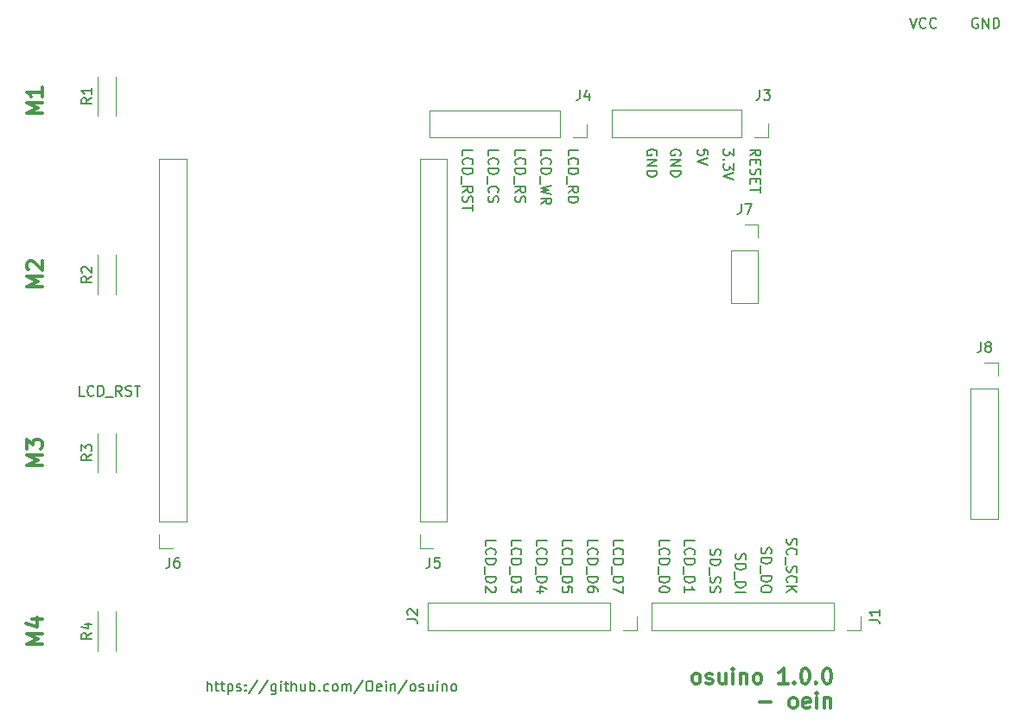
<source format=gbr>
%TF.GenerationSoftware,KiCad,Pcbnew,9.0.0*%
%TF.CreationDate,2025-03-21T00:34:27+09:00*%
%TF.ProjectId,osuino_v1,6f737569-6e6f-45f7-9631-2e6b69636164,rev?*%
%TF.SameCoordinates,Original*%
%TF.FileFunction,Legend,Top*%
%TF.FilePolarity,Positive*%
%FSLAX46Y46*%
G04 Gerber Fmt 4.6, Leading zero omitted, Abs format (unit mm)*
G04 Created by KiCad (PCBNEW 9.0.0) date 2025-03-21 00:34:27*
%MOMM*%
%LPD*%
G01*
G04 APERTURE LIST*
%ADD10C,0.150000*%
%ADD11C,0.300000*%
%ADD12C,0.304800*%
%ADD13C,0.120000*%
G04 APERTURE END LIST*
D10*
X122836779Y-130369819D02*
X122836779Y-129369819D01*
X123265350Y-130369819D02*
X123265350Y-129846009D01*
X123265350Y-129846009D02*
X123217731Y-129750771D01*
X123217731Y-129750771D02*
X123122493Y-129703152D01*
X123122493Y-129703152D02*
X122979636Y-129703152D01*
X122979636Y-129703152D02*
X122884398Y-129750771D01*
X122884398Y-129750771D02*
X122836779Y-129798390D01*
X123598684Y-129703152D02*
X123979636Y-129703152D01*
X123741541Y-129369819D02*
X123741541Y-130226961D01*
X123741541Y-130226961D02*
X123789160Y-130322200D01*
X123789160Y-130322200D02*
X123884398Y-130369819D01*
X123884398Y-130369819D02*
X123979636Y-130369819D01*
X124170113Y-129703152D02*
X124551065Y-129703152D01*
X124312970Y-129369819D02*
X124312970Y-130226961D01*
X124312970Y-130226961D02*
X124360589Y-130322200D01*
X124360589Y-130322200D02*
X124455827Y-130369819D01*
X124455827Y-130369819D02*
X124551065Y-130369819D01*
X124884399Y-129703152D02*
X124884399Y-130703152D01*
X124884399Y-129750771D02*
X124979637Y-129703152D01*
X124979637Y-129703152D02*
X125170113Y-129703152D01*
X125170113Y-129703152D02*
X125265351Y-129750771D01*
X125265351Y-129750771D02*
X125312970Y-129798390D01*
X125312970Y-129798390D02*
X125360589Y-129893628D01*
X125360589Y-129893628D02*
X125360589Y-130179342D01*
X125360589Y-130179342D02*
X125312970Y-130274580D01*
X125312970Y-130274580D02*
X125265351Y-130322200D01*
X125265351Y-130322200D02*
X125170113Y-130369819D01*
X125170113Y-130369819D02*
X124979637Y-130369819D01*
X124979637Y-130369819D02*
X124884399Y-130322200D01*
X125741542Y-130322200D02*
X125836780Y-130369819D01*
X125836780Y-130369819D02*
X126027256Y-130369819D01*
X126027256Y-130369819D02*
X126122494Y-130322200D01*
X126122494Y-130322200D02*
X126170113Y-130226961D01*
X126170113Y-130226961D02*
X126170113Y-130179342D01*
X126170113Y-130179342D02*
X126122494Y-130084104D01*
X126122494Y-130084104D02*
X126027256Y-130036485D01*
X126027256Y-130036485D02*
X125884399Y-130036485D01*
X125884399Y-130036485D02*
X125789161Y-129988866D01*
X125789161Y-129988866D02*
X125741542Y-129893628D01*
X125741542Y-129893628D02*
X125741542Y-129846009D01*
X125741542Y-129846009D02*
X125789161Y-129750771D01*
X125789161Y-129750771D02*
X125884399Y-129703152D01*
X125884399Y-129703152D02*
X126027256Y-129703152D01*
X126027256Y-129703152D02*
X126122494Y-129750771D01*
X126598685Y-130274580D02*
X126646304Y-130322200D01*
X126646304Y-130322200D02*
X126598685Y-130369819D01*
X126598685Y-130369819D02*
X126551066Y-130322200D01*
X126551066Y-130322200D02*
X126598685Y-130274580D01*
X126598685Y-130274580D02*
X126598685Y-130369819D01*
X126598685Y-129750771D02*
X126646304Y-129798390D01*
X126646304Y-129798390D02*
X126598685Y-129846009D01*
X126598685Y-129846009D02*
X126551066Y-129798390D01*
X126551066Y-129798390D02*
X126598685Y-129750771D01*
X126598685Y-129750771D02*
X126598685Y-129846009D01*
X127789160Y-129322200D02*
X126932018Y-130607914D01*
X128836779Y-129322200D02*
X127979637Y-130607914D01*
X129598684Y-129703152D02*
X129598684Y-130512676D01*
X129598684Y-130512676D02*
X129551065Y-130607914D01*
X129551065Y-130607914D02*
X129503446Y-130655533D01*
X129503446Y-130655533D02*
X129408208Y-130703152D01*
X129408208Y-130703152D02*
X129265351Y-130703152D01*
X129265351Y-130703152D02*
X129170113Y-130655533D01*
X129598684Y-130322200D02*
X129503446Y-130369819D01*
X129503446Y-130369819D02*
X129312970Y-130369819D01*
X129312970Y-130369819D02*
X129217732Y-130322200D01*
X129217732Y-130322200D02*
X129170113Y-130274580D01*
X129170113Y-130274580D02*
X129122494Y-130179342D01*
X129122494Y-130179342D02*
X129122494Y-129893628D01*
X129122494Y-129893628D02*
X129170113Y-129798390D01*
X129170113Y-129798390D02*
X129217732Y-129750771D01*
X129217732Y-129750771D02*
X129312970Y-129703152D01*
X129312970Y-129703152D02*
X129503446Y-129703152D01*
X129503446Y-129703152D02*
X129598684Y-129750771D01*
X130074875Y-130369819D02*
X130074875Y-129703152D01*
X130074875Y-129369819D02*
X130027256Y-129417438D01*
X130027256Y-129417438D02*
X130074875Y-129465057D01*
X130074875Y-129465057D02*
X130122494Y-129417438D01*
X130122494Y-129417438D02*
X130074875Y-129369819D01*
X130074875Y-129369819D02*
X130074875Y-129465057D01*
X130408208Y-129703152D02*
X130789160Y-129703152D01*
X130551065Y-129369819D02*
X130551065Y-130226961D01*
X130551065Y-130226961D02*
X130598684Y-130322200D01*
X130598684Y-130322200D02*
X130693922Y-130369819D01*
X130693922Y-130369819D02*
X130789160Y-130369819D01*
X131122494Y-130369819D02*
X131122494Y-129369819D01*
X131551065Y-130369819D02*
X131551065Y-129846009D01*
X131551065Y-129846009D02*
X131503446Y-129750771D01*
X131503446Y-129750771D02*
X131408208Y-129703152D01*
X131408208Y-129703152D02*
X131265351Y-129703152D01*
X131265351Y-129703152D02*
X131170113Y-129750771D01*
X131170113Y-129750771D02*
X131122494Y-129798390D01*
X132455827Y-129703152D02*
X132455827Y-130369819D01*
X132027256Y-129703152D02*
X132027256Y-130226961D01*
X132027256Y-130226961D02*
X132074875Y-130322200D01*
X132074875Y-130322200D02*
X132170113Y-130369819D01*
X132170113Y-130369819D02*
X132312970Y-130369819D01*
X132312970Y-130369819D02*
X132408208Y-130322200D01*
X132408208Y-130322200D02*
X132455827Y-130274580D01*
X132932018Y-130369819D02*
X132932018Y-129369819D01*
X132932018Y-129750771D02*
X133027256Y-129703152D01*
X133027256Y-129703152D02*
X133217732Y-129703152D01*
X133217732Y-129703152D02*
X133312970Y-129750771D01*
X133312970Y-129750771D02*
X133360589Y-129798390D01*
X133360589Y-129798390D02*
X133408208Y-129893628D01*
X133408208Y-129893628D02*
X133408208Y-130179342D01*
X133408208Y-130179342D02*
X133360589Y-130274580D01*
X133360589Y-130274580D02*
X133312970Y-130322200D01*
X133312970Y-130322200D02*
X133217732Y-130369819D01*
X133217732Y-130369819D02*
X133027256Y-130369819D01*
X133027256Y-130369819D02*
X132932018Y-130322200D01*
X133836780Y-130274580D02*
X133884399Y-130322200D01*
X133884399Y-130322200D02*
X133836780Y-130369819D01*
X133836780Y-130369819D02*
X133789161Y-130322200D01*
X133789161Y-130322200D02*
X133836780Y-130274580D01*
X133836780Y-130274580D02*
X133836780Y-130369819D01*
X134741541Y-130322200D02*
X134646303Y-130369819D01*
X134646303Y-130369819D02*
X134455827Y-130369819D01*
X134455827Y-130369819D02*
X134360589Y-130322200D01*
X134360589Y-130322200D02*
X134312970Y-130274580D01*
X134312970Y-130274580D02*
X134265351Y-130179342D01*
X134265351Y-130179342D02*
X134265351Y-129893628D01*
X134265351Y-129893628D02*
X134312970Y-129798390D01*
X134312970Y-129798390D02*
X134360589Y-129750771D01*
X134360589Y-129750771D02*
X134455827Y-129703152D01*
X134455827Y-129703152D02*
X134646303Y-129703152D01*
X134646303Y-129703152D02*
X134741541Y-129750771D01*
X135312970Y-130369819D02*
X135217732Y-130322200D01*
X135217732Y-130322200D02*
X135170113Y-130274580D01*
X135170113Y-130274580D02*
X135122494Y-130179342D01*
X135122494Y-130179342D02*
X135122494Y-129893628D01*
X135122494Y-129893628D02*
X135170113Y-129798390D01*
X135170113Y-129798390D02*
X135217732Y-129750771D01*
X135217732Y-129750771D02*
X135312970Y-129703152D01*
X135312970Y-129703152D02*
X135455827Y-129703152D01*
X135455827Y-129703152D02*
X135551065Y-129750771D01*
X135551065Y-129750771D02*
X135598684Y-129798390D01*
X135598684Y-129798390D02*
X135646303Y-129893628D01*
X135646303Y-129893628D02*
X135646303Y-130179342D01*
X135646303Y-130179342D02*
X135598684Y-130274580D01*
X135598684Y-130274580D02*
X135551065Y-130322200D01*
X135551065Y-130322200D02*
X135455827Y-130369819D01*
X135455827Y-130369819D02*
X135312970Y-130369819D01*
X136074875Y-130369819D02*
X136074875Y-129703152D01*
X136074875Y-129798390D02*
X136122494Y-129750771D01*
X136122494Y-129750771D02*
X136217732Y-129703152D01*
X136217732Y-129703152D02*
X136360589Y-129703152D01*
X136360589Y-129703152D02*
X136455827Y-129750771D01*
X136455827Y-129750771D02*
X136503446Y-129846009D01*
X136503446Y-129846009D02*
X136503446Y-130369819D01*
X136503446Y-129846009D02*
X136551065Y-129750771D01*
X136551065Y-129750771D02*
X136646303Y-129703152D01*
X136646303Y-129703152D02*
X136789160Y-129703152D01*
X136789160Y-129703152D02*
X136884399Y-129750771D01*
X136884399Y-129750771D02*
X136932018Y-129846009D01*
X136932018Y-129846009D02*
X136932018Y-130369819D01*
X138122493Y-129322200D02*
X137265351Y-130607914D01*
X138646303Y-129369819D02*
X138836779Y-129369819D01*
X138836779Y-129369819D02*
X138932017Y-129417438D01*
X138932017Y-129417438D02*
X139027255Y-129512676D01*
X139027255Y-129512676D02*
X139074874Y-129703152D01*
X139074874Y-129703152D02*
X139074874Y-130036485D01*
X139074874Y-130036485D02*
X139027255Y-130226961D01*
X139027255Y-130226961D02*
X138932017Y-130322200D01*
X138932017Y-130322200D02*
X138836779Y-130369819D01*
X138836779Y-130369819D02*
X138646303Y-130369819D01*
X138646303Y-130369819D02*
X138551065Y-130322200D01*
X138551065Y-130322200D02*
X138455827Y-130226961D01*
X138455827Y-130226961D02*
X138408208Y-130036485D01*
X138408208Y-130036485D02*
X138408208Y-129703152D01*
X138408208Y-129703152D02*
X138455827Y-129512676D01*
X138455827Y-129512676D02*
X138551065Y-129417438D01*
X138551065Y-129417438D02*
X138646303Y-129369819D01*
X139884398Y-130322200D02*
X139789160Y-130369819D01*
X139789160Y-130369819D02*
X139598684Y-130369819D01*
X139598684Y-130369819D02*
X139503446Y-130322200D01*
X139503446Y-130322200D02*
X139455827Y-130226961D01*
X139455827Y-130226961D02*
X139455827Y-129846009D01*
X139455827Y-129846009D02*
X139503446Y-129750771D01*
X139503446Y-129750771D02*
X139598684Y-129703152D01*
X139598684Y-129703152D02*
X139789160Y-129703152D01*
X139789160Y-129703152D02*
X139884398Y-129750771D01*
X139884398Y-129750771D02*
X139932017Y-129846009D01*
X139932017Y-129846009D02*
X139932017Y-129941247D01*
X139932017Y-129941247D02*
X139455827Y-130036485D01*
X140360589Y-130369819D02*
X140360589Y-129703152D01*
X140360589Y-129369819D02*
X140312970Y-129417438D01*
X140312970Y-129417438D02*
X140360589Y-129465057D01*
X140360589Y-129465057D02*
X140408208Y-129417438D01*
X140408208Y-129417438D02*
X140360589Y-129369819D01*
X140360589Y-129369819D02*
X140360589Y-129465057D01*
X140836779Y-129703152D02*
X140836779Y-130369819D01*
X140836779Y-129798390D02*
X140884398Y-129750771D01*
X140884398Y-129750771D02*
X140979636Y-129703152D01*
X140979636Y-129703152D02*
X141122493Y-129703152D01*
X141122493Y-129703152D02*
X141217731Y-129750771D01*
X141217731Y-129750771D02*
X141265350Y-129846009D01*
X141265350Y-129846009D02*
X141265350Y-130369819D01*
X142455826Y-129322200D02*
X141598684Y-130607914D01*
X142932017Y-130369819D02*
X142836779Y-130322200D01*
X142836779Y-130322200D02*
X142789160Y-130274580D01*
X142789160Y-130274580D02*
X142741541Y-130179342D01*
X142741541Y-130179342D02*
X142741541Y-129893628D01*
X142741541Y-129893628D02*
X142789160Y-129798390D01*
X142789160Y-129798390D02*
X142836779Y-129750771D01*
X142836779Y-129750771D02*
X142932017Y-129703152D01*
X142932017Y-129703152D02*
X143074874Y-129703152D01*
X143074874Y-129703152D02*
X143170112Y-129750771D01*
X143170112Y-129750771D02*
X143217731Y-129798390D01*
X143217731Y-129798390D02*
X143265350Y-129893628D01*
X143265350Y-129893628D02*
X143265350Y-130179342D01*
X143265350Y-130179342D02*
X143217731Y-130274580D01*
X143217731Y-130274580D02*
X143170112Y-130322200D01*
X143170112Y-130322200D02*
X143074874Y-130369819D01*
X143074874Y-130369819D02*
X142932017Y-130369819D01*
X143646303Y-130322200D02*
X143741541Y-130369819D01*
X143741541Y-130369819D02*
X143932017Y-130369819D01*
X143932017Y-130369819D02*
X144027255Y-130322200D01*
X144027255Y-130322200D02*
X144074874Y-130226961D01*
X144074874Y-130226961D02*
X144074874Y-130179342D01*
X144074874Y-130179342D02*
X144027255Y-130084104D01*
X144027255Y-130084104D02*
X143932017Y-130036485D01*
X143932017Y-130036485D02*
X143789160Y-130036485D01*
X143789160Y-130036485D02*
X143693922Y-129988866D01*
X143693922Y-129988866D02*
X143646303Y-129893628D01*
X143646303Y-129893628D02*
X143646303Y-129846009D01*
X143646303Y-129846009D02*
X143693922Y-129750771D01*
X143693922Y-129750771D02*
X143789160Y-129703152D01*
X143789160Y-129703152D02*
X143932017Y-129703152D01*
X143932017Y-129703152D02*
X144027255Y-129750771D01*
X144932017Y-129703152D02*
X144932017Y-130369819D01*
X144503446Y-129703152D02*
X144503446Y-130226961D01*
X144503446Y-130226961D02*
X144551065Y-130322200D01*
X144551065Y-130322200D02*
X144646303Y-130369819D01*
X144646303Y-130369819D02*
X144789160Y-130369819D01*
X144789160Y-130369819D02*
X144884398Y-130322200D01*
X144884398Y-130322200D02*
X144932017Y-130274580D01*
X145408208Y-130369819D02*
X145408208Y-129703152D01*
X145408208Y-129369819D02*
X145360589Y-129417438D01*
X145360589Y-129417438D02*
X145408208Y-129465057D01*
X145408208Y-129465057D02*
X145455827Y-129417438D01*
X145455827Y-129417438D02*
X145408208Y-129369819D01*
X145408208Y-129369819D02*
X145408208Y-129465057D01*
X145884398Y-129703152D02*
X145884398Y-130369819D01*
X145884398Y-129798390D02*
X145932017Y-129750771D01*
X145932017Y-129750771D02*
X146027255Y-129703152D01*
X146027255Y-129703152D02*
X146170112Y-129703152D01*
X146170112Y-129703152D02*
X146265350Y-129750771D01*
X146265350Y-129750771D02*
X146312969Y-129846009D01*
X146312969Y-129846009D02*
X146312969Y-130369819D01*
X146932017Y-130369819D02*
X146836779Y-130322200D01*
X146836779Y-130322200D02*
X146789160Y-130274580D01*
X146789160Y-130274580D02*
X146741541Y-130179342D01*
X146741541Y-130179342D02*
X146741541Y-129893628D01*
X146741541Y-129893628D02*
X146789160Y-129798390D01*
X146789160Y-129798390D02*
X146836779Y-129750771D01*
X146836779Y-129750771D02*
X146932017Y-129703152D01*
X146932017Y-129703152D02*
X147074874Y-129703152D01*
X147074874Y-129703152D02*
X147170112Y-129750771D01*
X147170112Y-129750771D02*
X147217731Y-129798390D01*
X147217731Y-129798390D02*
X147265350Y-129893628D01*
X147265350Y-129893628D02*
X147265350Y-130179342D01*
X147265350Y-130179342D02*
X147217731Y-130274580D01*
X147217731Y-130274580D02*
X147170112Y-130322200D01*
X147170112Y-130322200D02*
X147074874Y-130369819D01*
X147074874Y-130369819D02*
X146932017Y-130369819D01*
D11*
X170659774Y-129635912D02*
X170516917Y-129564484D01*
X170516917Y-129564484D02*
X170445488Y-129493055D01*
X170445488Y-129493055D02*
X170374060Y-129350198D01*
X170374060Y-129350198D02*
X170374060Y-128921626D01*
X170374060Y-128921626D02*
X170445488Y-128778769D01*
X170445488Y-128778769D02*
X170516917Y-128707341D01*
X170516917Y-128707341D02*
X170659774Y-128635912D01*
X170659774Y-128635912D02*
X170874060Y-128635912D01*
X170874060Y-128635912D02*
X171016917Y-128707341D01*
X171016917Y-128707341D02*
X171088346Y-128778769D01*
X171088346Y-128778769D02*
X171159774Y-128921626D01*
X171159774Y-128921626D02*
X171159774Y-129350198D01*
X171159774Y-129350198D02*
X171088346Y-129493055D01*
X171088346Y-129493055D02*
X171016917Y-129564484D01*
X171016917Y-129564484D02*
X170874060Y-129635912D01*
X170874060Y-129635912D02*
X170659774Y-129635912D01*
X171731203Y-129564484D02*
X171874060Y-129635912D01*
X171874060Y-129635912D02*
X172159774Y-129635912D01*
X172159774Y-129635912D02*
X172302631Y-129564484D01*
X172302631Y-129564484D02*
X172374060Y-129421626D01*
X172374060Y-129421626D02*
X172374060Y-129350198D01*
X172374060Y-129350198D02*
X172302631Y-129207341D01*
X172302631Y-129207341D02*
X172159774Y-129135912D01*
X172159774Y-129135912D02*
X171945489Y-129135912D01*
X171945489Y-129135912D02*
X171802631Y-129064484D01*
X171802631Y-129064484D02*
X171731203Y-128921626D01*
X171731203Y-128921626D02*
X171731203Y-128850198D01*
X171731203Y-128850198D02*
X171802631Y-128707341D01*
X171802631Y-128707341D02*
X171945489Y-128635912D01*
X171945489Y-128635912D02*
X172159774Y-128635912D01*
X172159774Y-128635912D02*
X172302631Y-128707341D01*
X173659775Y-128635912D02*
X173659775Y-129635912D01*
X173016917Y-128635912D02*
X173016917Y-129421626D01*
X173016917Y-129421626D02*
X173088346Y-129564484D01*
X173088346Y-129564484D02*
X173231203Y-129635912D01*
X173231203Y-129635912D02*
X173445489Y-129635912D01*
X173445489Y-129635912D02*
X173588346Y-129564484D01*
X173588346Y-129564484D02*
X173659775Y-129493055D01*
X174374060Y-129635912D02*
X174374060Y-128635912D01*
X174374060Y-128135912D02*
X174302632Y-128207341D01*
X174302632Y-128207341D02*
X174374060Y-128278769D01*
X174374060Y-128278769D02*
X174445489Y-128207341D01*
X174445489Y-128207341D02*
X174374060Y-128135912D01*
X174374060Y-128135912D02*
X174374060Y-128278769D01*
X175088346Y-128635912D02*
X175088346Y-129635912D01*
X175088346Y-128778769D02*
X175159775Y-128707341D01*
X175159775Y-128707341D02*
X175302632Y-128635912D01*
X175302632Y-128635912D02*
X175516918Y-128635912D01*
X175516918Y-128635912D02*
X175659775Y-128707341D01*
X175659775Y-128707341D02*
X175731204Y-128850198D01*
X175731204Y-128850198D02*
X175731204Y-129635912D01*
X176659775Y-129635912D02*
X176516918Y-129564484D01*
X176516918Y-129564484D02*
X176445489Y-129493055D01*
X176445489Y-129493055D02*
X176374061Y-129350198D01*
X176374061Y-129350198D02*
X176374061Y-128921626D01*
X176374061Y-128921626D02*
X176445489Y-128778769D01*
X176445489Y-128778769D02*
X176516918Y-128707341D01*
X176516918Y-128707341D02*
X176659775Y-128635912D01*
X176659775Y-128635912D02*
X176874061Y-128635912D01*
X176874061Y-128635912D02*
X177016918Y-128707341D01*
X177016918Y-128707341D02*
X177088347Y-128778769D01*
X177088347Y-128778769D02*
X177159775Y-128921626D01*
X177159775Y-128921626D02*
X177159775Y-129350198D01*
X177159775Y-129350198D02*
X177088347Y-129493055D01*
X177088347Y-129493055D02*
X177016918Y-129564484D01*
X177016918Y-129564484D02*
X176874061Y-129635912D01*
X176874061Y-129635912D02*
X176659775Y-129635912D01*
X179731204Y-129635912D02*
X178874061Y-129635912D01*
X179302632Y-129635912D02*
X179302632Y-128135912D01*
X179302632Y-128135912D02*
X179159775Y-128350198D01*
X179159775Y-128350198D02*
X179016918Y-128493055D01*
X179016918Y-128493055D02*
X178874061Y-128564484D01*
X180374060Y-129493055D02*
X180445489Y-129564484D01*
X180445489Y-129564484D02*
X180374060Y-129635912D01*
X180374060Y-129635912D02*
X180302632Y-129564484D01*
X180302632Y-129564484D02*
X180374060Y-129493055D01*
X180374060Y-129493055D02*
X180374060Y-129635912D01*
X181374061Y-128135912D02*
X181516918Y-128135912D01*
X181516918Y-128135912D02*
X181659775Y-128207341D01*
X181659775Y-128207341D02*
X181731204Y-128278769D01*
X181731204Y-128278769D02*
X181802632Y-128421626D01*
X181802632Y-128421626D02*
X181874061Y-128707341D01*
X181874061Y-128707341D02*
X181874061Y-129064484D01*
X181874061Y-129064484D02*
X181802632Y-129350198D01*
X181802632Y-129350198D02*
X181731204Y-129493055D01*
X181731204Y-129493055D02*
X181659775Y-129564484D01*
X181659775Y-129564484D02*
X181516918Y-129635912D01*
X181516918Y-129635912D02*
X181374061Y-129635912D01*
X181374061Y-129635912D02*
X181231204Y-129564484D01*
X181231204Y-129564484D02*
X181159775Y-129493055D01*
X181159775Y-129493055D02*
X181088346Y-129350198D01*
X181088346Y-129350198D02*
X181016918Y-129064484D01*
X181016918Y-129064484D02*
X181016918Y-128707341D01*
X181016918Y-128707341D02*
X181088346Y-128421626D01*
X181088346Y-128421626D02*
X181159775Y-128278769D01*
X181159775Y-128278769D02*
X181231204Y-128207341D01*
X181231204Y-128207341D02*
X181374061Y-128135912D01*
X182516917Y-129493055D02*
X182588346Y-129564484D01*
X182588346Y-129564484D02*
X182516917Y-129635912D01*
X182516917Y-129635912D02*
X182445489Y-129564484D01*
X182445489Y-129564484D02*
X182516917Y-129493055D01*
X182516917Y-129493055D02*
X182516917Y-129635912D01*
X183516918Y-128135912D02*
X183659775Y-128135912D01*
X183659775Y-128135912D02*
X183802632Y-128207341D01*
X183802632Y-128207341D02*
X183874061Y-128278769D01*
X183874061Y-128278769D02*
X183945489Y-128421626D01*
X183945489Y-128421626D02*
X184016918Y-128707341D01*
X184016918Y-128707341D02*
X184016918Y-129064484D01*
X184016918Y-129064484D02*
X183945489Y-129350198D01*
X183945489Y-129350198D02*
X183874061Y-129493055D01*
X183874061Y-129493055D02*
X183802632Y-129564484D01*
X183802632Y-129564484D02*
X183659775Y-129635912D01*
X183659775Y-129635912D02*
X183516918Y-129635912D01*
X183516918Y-129635912D02*
X183374061Y-129564484D01*
X183374061Y-129564484D02*
X183302632Y-129493055D01*
X183302632Y-129493055D02*
X183231203Y-129350198D01*
X183231203Y-129350198D02*
X183159775Y-129064484D01*
X183159775Y-129064484D02*
X183159775Y-128707341D01*
X183159775Y-128707341D02*
X183231203Y-128421626D01*
X183231203Y-128421626D02*
X183302632Y-128278769D01*
X183302632Y-128278769D02*
X183374061Y-128207341D01*
X183374061Y-128207341D02*
X183516918Y-128135912D01*
X176945488Y-131479400D02*
X178088346Y-131479400D01*
X180159774Y-132050828D02*
X180016917Y-131979400D01*
X180016917Y-131979400D02*
X179945488Y-131907971D01*
X179945488Y-131907971D02*
X179874060Y-131765114D01*
X179874060Y-131765114D02*
X179874060Y-131336542D01*
X179874060Y-131336542D02*
X179945488Y-131193685D01*
X179945488Y-131193685D02*
X180016917Y-131122257D01*
X180016917Y-131122257D02*
X180159774Y-131050828D01*
X180159774Y-131050828D02*
X180374060Y-131050828D01*
X180374060Y-131050828D02*
X180516917Y-131122257D01*
X180516917Y-131122257D02*
X180588346Y-131193685D01*
X180588346Y-131193685D02*
X180659774Y-131336542D01*
X180659774Y-131336542D02*
X180659774Y-131765114D01*
X180659774Y-131765114D02*
X180588346Y-131907971D01*
X180588346Y-131907971D02*
X180516917Y-131979400D01*
X180516917Y-131979400D02*
X180374060Y-132050828D01*
X180374060Y-132050828D02*
X180159774Y-132050828D01*
X181874060Y-131979400D02*
X181731203Y-132050828D01*
X181731203Y-132050828D02*
X181445489Y-132050828D01*
X181445489Y-132050828D02*
X181302631Y-131979400D01*
X181302631Y-131979400D02*
X181231203Y-131836542D01*
X181231203Y-131836542D02*
X181231203Y-131265114D01*
X181231203Y-131265114D02*
X181302631Y-131122257D01*
X181302631Y-131122257D02*
X181445489Y-131050828D01*
X181445489Y-131050828D02*
X181731203Y-131050828D01*
X181731203Y-131050828D02*
X181874060Y-131122257D01*
X181874060Y-131122257D02*
X181945489Y-131265114D01*
X181945489Y-131265114D02*
X181945489Y-131407971D01*
X181945489Y-131407971D02*
X181231203Y-131550828D01*
X182588345Y-132050828D02*
X182588345Y-131050828D01*
X182588345Y-130550828D02*
X182516917Y-130622257D01*
X182516917Y-130622257D02*
X182588345Y-130693685D01*
X182588345Y-130693685D02*
X182659774Y-130622257D01*
X182659774Y-130622257D02*
X182588345Y-130550828D01*
X182588345Y-130550828D02*
X182588345Y-130693685D01*
X183302631Y-131050828D02*
X183302631Y-132050828D01*
X183302631Y-131193685D02*
X183374060Y-131122257D01*
X183374060Y-131122257D02*
X183516917Y-131050828D01*
X183516917Y-131050828D02*
X183731203Y-131050828D01*
X183731203Y-131050828D02*
X183874060Y-131122257D01*
X183874060Y-131122257D02*
X183945489Y-131265114D01*
X183945489Y-131265114D02*
X183945489Y-132050828D01*
D10*
X147880180Y-77812969D02*
X147880180Y-77336779D01*
X147880180Y-77336779D02*
X148880180Y-77336779D01*
X147975419Y-78717731D02*
X147927800Y-78670112D01*
X147927800Y-78670112D02*
X147880180Y-78527255D01*
X147880180Y-78527255D02*
X147880180Y-78432017D01*
X147880180Y-78432017D02*
X147927800Y-78289160D01*
X147927800Y-78289160D02*
X148023038Y-78193922D01*
X148023038Y-78193922D02*
X148118276Y-78146303D01*
X148118276Y-78146303D02*
X148308752Y-78098684D01*
X148308752Y-78098684D02*
X148451609Y-78098684D01*
X148451609Y-78098684D02*
X148642085Y-78146303D01*
X148642085Y-78146303D02*
X148737323Y-78193922D01*
X148737323Y-78193922D02*
X148832561Y-78289160D01*
X148832561Y-78289160D02*
X148880180Y-78432017D01*
X148880180Y-78432017D02*
X148880180Y-78527255D01*
X148880180Y-78527255D02*
X148832561Y-78670112D01*
X148832561Y-78670112D02*
X148784942Y-78717731D01*
X147880180Y-79146303D02*
X148880180Y-79146303D01*
X148880180Y-79146303D02*
X148880180Y-79384398D01*
X148880180Y-79384398D02*
X148832561Y-79527255D01*
X148832561Y-79527255D02*
X148737323Y-79622493D01*
X148737323Y-79622493D02*
X148642085Y-79670112D01*
X148642085Y-79670112D02*
X148451609Y-79717731D01*
X148451609Y-79717731D02*
X148308752Y-79717731D01*
X148308752Y-79717731D02*
X148118276Y-79670112D01*
X148118276Y-79670112D02*
X148023038Y-79622493D01*
X148023038Y-79622493D02*
X147927800Y-79527255D01*
X147927800Y-79527255D02*
X147880180Y-79384398D01*
X147880180Y-79384398D02*
X147880180Y-79146303D01*
X147784942Y-79908208D02*
X147784942Y-80670112D01*
X147880180Y-81479636D02*
X148356371Y-81146303D01*
X147880180Y-80908208D02*
X148880180Y-80908208D01*
X148880180Y-80908208D02*
X148880180Y-81289160D01*
X148880180Y-81289160D02*
X148832561Y-81384398D01*
X148832561Y-81384398D02*
X148784942Y-81432017D01*
X148784942Y-81432017D02*
X148689704Y-81479636D01*
X148689704Y-81479636D02*
X148546847Y-81479636D01*
X148546847Y-81479636D02*
X148451609Y-81432017D01*
X148451609Y-81432017D02*
X148403990Y-81384398D01*
X148403990Y-81384398D02*
X148356371Y-81289160D01*
X148356371Y-81289160D02*
X148356371Y-80908208D01*
X147927800Y-81860589D02*
X147880180Y-82003446D01*
X147880180Y-82003446D02*
X147880180Y-82241541D01*
X147880180Y-82241541D02*
X147927800Y-82336779D01*
X147927800Y-82336779D02*
X147975419Y-82384398D01*
X147975419Y-82384398D02*
X148070657Y-82432017D01*
X148070657Y-82432017D02*
X148165895Y-82432017D01*
X148165895Y-82432017D02*
X148261133Y-82384398D01*
X148261133Y-82384398D02*
X148308752Y-82336779D01*
X148308752Y-82336779D02*
X148356371Y-82241541D01*
X148356371Y-82241541D02*
X148403990Y-82051065D01*
X148403990Y-82051065D02*
X148451609Y-81955827D01*
X148451609Y-81955827D02*
X148499228Y-81908208D01*
X148499228Y-81908208D02*
X148594466Y-81860589D01*
X148594466Y-81860589D02*
X148689704Y-81860589D01*
X148689704Y-81860589D02*
X148784942Y-81908208D01*
X148784942Y-81908208D02*
X148832561Y-81955827D01*
X148832561Y-81955827D02*
X148880180Y-82051065D01*
X148880180Y-82051065D02*
X148880180Y-82289160D01*
X148880180Y-82289160D02*
X148832561Y-82432017D01*
X148880180Y-82717732D02*
X148880180Y-83289160D01*
X147880180Y-83003446D02*
X148880180Y-83003446D01*
X171910180Y-77782969D02*
X171910180Y-77306779D01*
X171910180Y-77306779D02*
X171433990Y-77259160D01*
X171433990Y-77259160D02*
X171481609Y-77306779D01*
X171481609Y-77306779D02*
X171529228Y-77402017D01*
X171529228Y-77402017D02*
X171529228Y-77640112D01*
X171529228Y-77640112D02*
X171481609Y-77735350D01*
X171481609Y-77735350D02*
X171433990Y-77782969D01*
X171433990Y-77782969D02*
X171338752Y-77830588D01*
X171338752Y-77830588D02*
X171100657Y-77830588D01*
X171100657Y-77830588D02*
X171005419Y-77782969D01*
X171005419Y-77782969D02*
X170957800Y-77735350D01*
X170957800Y-77735350D02*
X170910180Y-77640112D01*
X170910180Y-77640112D02*
X170910180Y-77402017D01*
X170910180Y-77402017D02*
X170957800Y-77306779D01*
X170957800Y-77306779D02*
X171005419Y-77259160D01*
X171910180Y-78116303D02*
X170910180Y-78449636D01*
X170910180Y-78449636D02*
X171910180Y-78782969D01*
X198360588Y-64417438D02*
X198265350Y-64369819D01*
X198265350Y-64369819D02*
X198122493Y-64369819D01*
X198122493Y-64369819D02*
X197979636Y-64417438D01*
X197979636Y-64417438D02*
X197884398Y-64512676D01*
X197884398Y-64512676D02*
X197836779Y-64607914D01*
X197836779Y-64607914D02*
X197789160Y-64798390D01*
X197789160Y-64798390D02*
X197789160Y-64941247D01*
X197789160Y-64941247D02*
X197836779Y-65131723D01*
X197836779Y-65131723D02*
X197884398Y-65226961D01*
X197884398Y-65226961D02*
X197979636Y-65322200D01*
X197979636Y-65322200D02*
X198122493Y-65369819D01*
X198122493Y-65369819D02*
X198217731Y-65369819D01*
X198217731Y-65369819D02*
X198360588Y-65322200D01*
X198360588Y-65322200D02*
X198408207Y-65274580D01*
X198408207Y-65274580D02*
X198408207Y-64941247D01*
X198408207Y-64941247D02*
X198217731Y-64941247D01*
X198836779Y-65369819D02*
X198836779Y-64369819D01*
X198836779Y-64369819D02*
X199408207Y-65369819D01*
X199408207Y-65369819D02*
X199408207Y-64369819D01*
X199884398Y-65369819D02*
X199884398Y-64369819D01*
X199884398Y-64369819D02*
X200122493Y-64369819D01*
X200122493Y-64369819D02*
X200265350Y-64417438D01*
X200265350Y-64417438D02*
X200360588Y-64512676D01*
X200360588Y-64512676D02*
X200408207Y-64607914D01*
X200408207Y-64607914D02*
X200455826Y-64798390D01*
X200455826Y-64798390D02*
X200455826Y-64941247D01*
X200455826Y-64941247D02*
X200408207Y-65131723D01*
X200408207Y-65131723D02*
X200360588Y-65226961D01*
X200360588Y-65226961D02*
X200265350Y-65322200D01*
X200265350Y-65322200D02*
X200122493Y-65369819D01*
X200122493Y-65369819D02*
X199884398Y-65369819D01*
X179677800Y-115425125D02*
X179630180Y-115567982D01*
X179630180Y-115567982D02*
X179630180Y-115806077D01*
X179630180Y-115806077D02*
X179677800Y-115901315D01*
X179677800Y-115901315D02*
X179725419Y-115948934D01*
X179725419Y-115948934D02*
X179820657Y-115996553D01*
X179820657Y-115996553D02*
X179915895Y-115996553D01*
X179915895Y-115996553D02*
X180011133Y-115948934D01*
X180011133Y-115948934D02*
X180058752Y-115901315D01*
X180058752Y-115901315D02*
X180106371Y-115806077D01*
X180106371Y-115806077D02*
X180153990Y-115615601D01*
X180153990Y-115615601D02*
X180201609Y-115520363D01*
X180201609Y-115520363D02*
X180249228Y-115472744D01*
X180249228Y-115472744D02*
X180344466Y-115425125D01*
X180344466Y-115425125D02*
X180439704Y-115425125D01*
X180439704Y-115425125D02*
X180534942Y-115472744D01*
X180534942Y-115472744D02*
X180582561Y-115520363D01*
X180582561Y-115520363D02*
X180630180Y-115615601D01*
X180630180Y-115615601D02*
X180630180Y-115853696D01*
X180630180Y-115853696D02*
X180582561Y-115996553D01*
X179725419Y-116996553D02*
X179677800Y-116948934D01*
X179677800Y-116948934D02*
X179630180Y-116806077D01*
X179630180Y-116806077D02*
X179630180Y-116710839D01*
X179630180Y-116710839D02*
X179677800Y-116567982D01*
X179677800Y-116567982D02*
X179773038Y-116472744D01*
X179773038Y-116472744D02*
X179868276Y-116425125D01*
X179868276Y-116425125D02*
X180058752Y-116377506D01*
X180058752Y-116377506D02*
X180201609Y-116377506D01*
X180201609Y-116377506D02*
X180392085Y-116425125D01*
X180392085Y-116425125D02*
X180487323Y-116472744D01*
X180487323Y-116472744D02*
X180582561Y-116567982D01*
X180582561Y-116567982D02*
X180630180Y-116710839D01*
X180630180Y-116710839D02*
X180630180Y-116806077D01*
X180630180Y-116806077D02*
X180582561Y-116948934D01*
X180582561Y-116948934D02*
X180534942Y-116996553D01*
X179534942Y-117187030D02*
X179534942Y-117948934D01*
X179677800Y-118139411D02*
X179630180Y-118282268D01*
X179630180Y-118282268D02*
X179630180Y-118520363D01*
X179630180Y-118520363D02*
X179677800Y-118615601D01*
X179677800Y-118615601D02*
X179725419Y-118663220D01*
X179725419Y-118663220D02*
X179820657Y-118710839D01*
X179820657Y-118710839D02*
X179915895Y-118710839D01*
X179915895Y-118710839D02*
X180011133Y-118663220D01*
X180011133Y-118663220D02*
X180058752Y-118615601D01*
X180058752Y-118615601D02*
X180106371Y-118520363D01*
X180106371Y-118520363D02*
X180153990Y-118329887D01*
X180153990Y-118329887D02*
X180201609Y-118234649D01*
X180201609Y-118234649D02*
X180249228Y-118187030D01*
X180249228Y-118187030D02*
X180344466Y-118139411D01*
X180344466Y-118139411D02*
X180439704Y-118139411D01*
X180439704Y-118139411D02*
X180534942Y-118187030D01*
X180534942Y-118187030D02*
X180582561Y-118234649D01*
X180582561Y-118234649D02*
X180630180Y-118329887D01*
X180630180Y-118329887D02*
X180630180Y-118567982D01*
X180630180Y-118567982D02*
X180582561Y-118710839D01*
X179725419Y-119710839D02*
X179677800Y-119663220D01*
X179677800Y-119663220D02*
X179630180Y-119520363D01*
X179630180Y-119520363D02*
X179630180Y-119425125D01*
X179630180Y-119425125D02*
X179677800Y-119282268D01*
X179677800Y-119282268D02*
X179773038Y-119187030D01*
X179773038Y-119187030D02*
X179868276Y-119139411D01*
X179868276Y-119139411D02*
X180058752Y-119091792D01*
X180058752Y-119091792D02*
X180201609Y-119091792D01*
X180201609Y-119091792D02*
X180392085Y-119139411D01*
X180392085Y-119139411D02*
X180487323Y-119187030D01*
X180487323Y-119187030D02*
X180582561Y-119282268D01*
X180582561Y-119282268D02*
X180630180Y-119425125D01*
X180630180Y-119425125D02*
X180630180Y-119520363D01*
X180630180Y-119520363D02*
X180582561Y-119663220D01*
X180582561Y-119663220D02*
X180534942Y-119710839D01*
X179630180Y-120139411D02*
X180630180Y-120139411D01*
X179630180Y-120710839D02*
X180201609Y-120282268D01*
X180630180Y-120710839D02*
X180058752Y-120139411D01*
X172177800Y-116472744D02*
X172130180Y-116615601D01*
X172130180Y-116615601D02*
X172130180Y-116853696D01*
X172130180Y-116853696D02*
X172177800Y-116948934D01*
X172177800Y-116948934D02*
X172225419Y-116996553D01*
X172225419Y-116996553D02*
X172320657Y-117044172D01*
X172320657Y-117044172D02*
X172415895Y-117044172D01*
X172415895Y-117044172D02*
X172511133Y-116996553D01*
X172511133Y-116996553D02*
X172558752Y-116948934D01*
X172558752Y-116948934D02*
X172606371Y-116853696D01*
X172606371Y-116853696D02*
X172653990Y-116663220D01*
X172653990Y-116663220D02*
X172701609Y-116567982D01*
X172701609Y-116567982D02*
X172749228Y-116520363D01*
X172749228Y-116520363D02*
X172844466Y-116472744D01*
X172844466Y-116472744D02*
X172939704Y-116472744D01*
X172939704Y-116472744D02*
X173034942Y-116520363D01*
X173034942Y-116520363D02*
X173082561Y-116567982D01*
X173082561Y-116567982D02*
X173130180Y-116663220D01*
X173130180Y-116663220D02*
X173130180Y-116901315D01*
X173130180Y-116901315D02*
X173082561Y-117044172D01*
X172130180Y-117472744D02*
X173130180Y-117472744D01*
X173130180Y-117472744D02*
X173130180Y-117710839D01*
X173130180Y-117710839D02*
X173082561Y-117853696D01*
X173082561Y-117853696D02*
X172987323Y-117948934D01*
X172987323Y-117948934D02*
X172892085Y-117996553D01*
X172892085Y-117996553D02*
X172701609Y-118044172D01*
X172701609Y-118044172D02*
X172558752Y-118044172D01*
X172558752Y-118044172D02*
X172368276Y-117996553D01*
X172368276Y-117996553D02*
X172273038Y-117948934D01*
X172273038Y-117948934D02*
X172177800Y-117853696D01*
X172177800Y-117853696D02*
X172130180Y-117710839D01*
X172130180Y-117710839D02*
X172130180Y-117472744D01*
X172034942Y-118234649D02*
X172034942Y-118996553D01*
X172177800Y-119187030D02*
X172130180Y-119329887D01*
X172130180Y-119329887D02*
X172130180Y-119567982D01*
X172130180Y-119567982D02*
X172177800Y-119663220D01*
X172177800Y-119663220D02*
X172225419Y-119710839D01*
X172225419Y-119710839D02*
X172320657Y-119758458D01*
X172320657Y-119758458D02*
X172415895Y-119758458D01*
X172415895Y-119758458D02*
X172511133Y-119710839D01*
X172511133Y-119710839D02*
X172558752Y-119663220D01*
X172558752Y-119663220D02*
X172606371Y-119567982D01*
X172606371Y-119567982D02*
X172653990Y-119377506D01*
X172653990Y-119377506D02*
X172701609Y-119282268D01*
X172701609Y-119282268D02*
X172749228Y-119234649D01*
X172749228Y-119234649D02*
X172844466Y-119187030D01*
X172844466Y-119187030D02*
X172939704Y-119187030D01*
X172939704Y-119187030D02*
X173034942Y-119234649D01*
X173034942Y-119234649D02*
X173082561Y-119282268D01*
X173082561Y-119282268D02*
X173130180Y-119377506D01*
X173130180Y-119377506D02*
X173130180Y-119615601D01*
X173130180Y-119615601D02*
X173082561Y-119758458D01*
X172177800Y-120139411D02*
X172130180Y-120282268D01*
X172130180Y-120282268D02*
X172130180Y-120520363D01*
X172130180Y-120520363D02*
X172177800Y-120615601D01*
X172177800Y-120615601D02*
X172225419Y-120663220D01*
X172225419Y-120663220D02*
X172320657Y-120710839D01*
X172320657Y-120710839D02*
X172415895Y-120710839D01*
X172415895Y-120710839D02*
X172511133Y-120663220D01*
X172511133Y-120663220D02*
X172558752Y-120615601D01*
X172558752Y-120615601D02*
X172606371Y-120520363D01*
X172606371Y-120520363D02*
X172653990Y-120329887D01*
X172653990Y-120329887D02*
X172701609Y-120234649D01*
X172701609Y-120234649D02*
X172749228Y-120187030D01*
X172749228Y-120187030D02*
X172844466Y-120139411D01*
X172844466Y-120139411D02*
X172939704Y-120139411D01*
X172939704Y-120139411D02*
X173034942Y-120187030D01*
X173034942Y-120187030D02*
X173082561Y-120234649D01*
X173082561Y-120234649D02*
X173130180Y-120329887D01*
X173130180Y-120329887D02*
X173130180Y-120567982D01*
X173130180Y-120567982D02*
X173082561Y-120710839D01*
X169212561Y-77830588D02*
X169260180Y-77735350D01*
X169260180Y-77735350D02*
X169260180Y-77592493D01*
X169260180Y-77592493D02*
X169212561Y-77449636D01*
X169212561Y-77449636D02*
X169117323Y-77354398D01*
X169117323Y-77354398D02*
X169022085Y-77306779D01*
X169022085Y-77306779D02*
X168831609Y-77259160D01*
X168831609Y-77259160D02*
X168688752Y-77259160D01*
X168688752Y-77259160D02*
X168498276Y-77306779D01*
X168498276Y-77306779D02*
X168403038Y-77354398D01*
X168403038Y-77354398D02*
X168307800Y-77449636D01*
X168307800Y-77449636D02*
X168260180Y-77592493D01*
X168260180Y-77592493D02*
X168260180Y-77687731D01*
X168260180Y-77687731D02*
X168307800Y-77830588D01*
X168307800Y-77830588D02*
X168355419Y-77878207D01*
X168355419Y-77878207D02*
X168688752Y-77878207D01*
X168688752Y-77878207D02*
X168688752Y-77687731D01*
X168260180Y-78306779D02*
X169260180Y-78306779D01*
X169260180Y-78306779D02*
X168260180Y-78878207D01*
X168260180Y-78878207D02*
X169260180Y-78878207D01*
X168260180Y-79354398D02*
X169260180Y-79354398D01*
X169260180Y-79354398D02*
X169260180Y-79592493D01*
X169260180Y-79592493D02*
X169212561Y-79735350D01*
X169212561Y-79735350D02*
X169117323Y-79830588D01*
X169117323Y-79830588D02*
X169022085Y-79878207D01*
X169022085Y-79878207D02*
X168831609Y-79925826D01*
X168831609Y-79925826D02*
X168688752Y-79925826D01*
X168688752Y-79925826D02*
X168498276Y-79878207D01*
X168498276Y-79878207D02*
X168403038Y-79830588D01*
X168403038Y-79830588D02*
X168307800Y-79735350D01*
X168307800Y-79735350D02*
X168260180Y-79592493D01*
X168260180Y-79592493D02*
X168260180Y-79354398D01*
X157630180Y-116091791D02*
X157630180Y-115615601D01*
X157630180Y-115615601D02*
X158630180Y-115615601D01*
X157725419Y-116996553D02*
X157677800Y-116948934D01*
X157677800Y-116948934D02*
X157630180Y-116806077D01*
X157630180Y-116806077D02*
X157630180Y-116710839D01*
X157630180Y-116710839D02*
X157677800Y-116567982D01*
X157677800Y-116567982D02*
X157773038Y-116472744D01*
X157773038Y-116472744D02*
X157868276Y-116425125D01*
X157868276Y-116425125D02*
X158058752Y-116377506D01*
X158058752Y-116377506D02*
X158201609Y-116377506D01*
X158201609Y-116377506D02*
X158392085Y-116425125D01*
X158392085Y-116425125D02*
X158487323Y-116472744D01*
X158487323Y-116472744D02*
X158582561Y-116567982D01*
X158582561Y-116567982D02*
X158630180Y-116710839D01*
X158630180Y-116710839D02*
X158630180Y-116806077D01*
X158630180Y-116806077D02*
X158582561Y-116948934D01*
X158582561Y-116948934D02*
X158534942Y-116996553D01*
X157630180Y-117425125D02*
X158630180Y-117425125D01*
X158630180Y-117425125D02*
X158630180Y-117663220D01*
X158630180Y-117663220D02*
X158582561Y-117806077D01*
X158582561Y-117806077D02*
X158487323Y-117901315D01*
X158487323Y-117901315D02*
X158392085Y-117948934D01*
X158392085Y-117948934D02*
X158201609Y-117996553D01*
X158201609Y-117996553D02*
X158058752Y-117996553D01*
X158058752Y-117996553D02*
X157868276Y-117948934D01*
X157868276Y-117948934D02*
X157773038Y-117901315D01*
X157773038Y-117901315D02*
X157677800Y-117806077D01*
X157677800Y-117806077D02*
X157630180Y-117663220D01*
X157630180Y-117663220D02*
X157630180Y-117425125D01*
X157534942Y-118187030D02*
X157534942Y-118948934D01*
X157630180Y-119187030D02*
X158630180Y-119187030D01*
X158630180Y-119187030D02*
X158630180Y-119425125D01*
X158630180Y-119425125D02*
X158582561Y-119567982D01*
X158582561Y-119567982D02*
X158487323Y-119663220D01*
X158487323Y-119663220D02*
X158392085Y-119710839D01*
X158392085Y-119710839D02*
X158201609Y-119758458D01*
X158201609Y-119758458D02*
X158058752Y-119758458D01*
X158058752Y-119758458D02*
X157868276Y-119710839D01*
X157868276Y-119710839D02*
X157773038Y-119663220D01*
X157773038Y-119663220D02*
X157677800Y-119567982D01*
X157677800Y-119567982D02*
X157630180Y-119425125D01*
X157630180Y-119425125D02*
X157630180Y-119187030D01*
X158630180Y-120663220D02*
X158630180Y-120187030D01*
X158630180Y-120187030D02*
X158153990Y-120139411D01*
X158153990Y-120139411D02*
X158201609Y-120187030D01*
X158201609Y-120187030D02*
X158249228Y-120282268D01*
X158249228Y-120282268D02*
X158249228Y-120520363D01*
X158249228Y-120520363D02*
X158201609Y-120615601D01*
X158201609Y-120615601D02*
X158153990Y-120663220D01*
X158153990Y-120663220D02*
X158058752Y-120710839D01*
X158058752Y-120710839D02*
X157820657Y-120710839D01*
X157820657Y-120710839D02*
X157725419Y-120663220D01*
X157725419Y-120663220D02*
X157677800Y-120615601D01*
X157677800Y-120615601D02*
X157630180Y-120520363D01*
X157630180Y-120520363D02*
X157630180Y-120282268D01*
X157630180Y-120282268D02*
X157677800Y-120187030D01*
X157677800Y-120187030D02*
X157725419Y-120139411D01*
X150130180Y-116091791D02*
X150130180Y-115615601D01*
X150130180Y-115615601D02*
X151130180Y-115615601D01*
X150225419Y-116996553D02*
X150177800Y-116948934D01*
X150177800Y-116948934D02*
X150130180Y-116806077D01*
X150130180Y-116806077D02*
X150130180Y-116710839D01*
X150130180Y-116710839D02*
X150177800Y-116567982D01*
X150177800Y-116567982D02*
X150273038Y-116472744D01*
X150273038Y-116472744D02*
X150368276Y-116425125D01*
X150368276Y-116425125D02*
X150558752Y-116377506D01*
X150558752Y-116377506D02*
X150701609Y-116377506D01*
X150701609Y-116377506D02*
X150892085Y-116425125D01*
X150892085Y-116425125D02*
X150987323Y-116472744D01*
X150987323Y-116472744D02*
X151082561Y-116567982D01*
X151082561Y-116567982D02*
X151130180Y-116710839D01*
X151130180Y-116710839D02*
X151130180Y-116806077D01*
X151130180Y-116806077D02*
X151082561Y-116948934D01*
X151082561Y-116948934D02*
X151034942Y-116996553D01*
X150130180Y-117425125D02*
X151130180Y-117425125D01*
X151130180Y-117425125D02*
X151130180Y-117663220D01*
X151130180Y-117663220D02*
X151082561Y-117806077D01*
X151082561Y-117806077D02*
X150987323Y-117901315D01*
X150987323Y-117901315D02*
X150892085Y-117948934D01*
X150892085Y-117948934D02*
X150701609Y-117996553D01*
X150701609Y-117996553D02*
X150558752Y-117996553D01*
X150558752Y-117996553D02*
X150368276Y-117948934D01*
X150368276Y-117948934D02*
X150273038Y-117901315D01*
X150273038Y-117901315D02*
X150177800Y-117806077D01*
X150177800Y-117806077D02*
X150130180Y-117663220D01*
X150130180Y-117663220D02*
X150130180Y-117425125D01*
X150034942Y-118187030D02*
X150034942Y-118948934D01*
X150130180Y-119187030D02*
X151130180Y-119187030D01*
X151130180Y-119187030D02*
X151130180Y-119425125D01*
X151130180Y-119425125D02*
X151082561Y-119567982D01*
X151082561Y-119567982D02*
X150987323Y-119663220D01*
X150987323Y-119663220D02*
X150892085Y-119710839D01*
X150892085Y-119710839D02*
X150701609Y-119758458D01*
X150701609Y-119758458D02*
X150558752Y-119758458D01*
X150558752Y-119758458D02*
X150368276Y-119710839D01*
X150368276Y-119710839D02*
X150273038Y-119663220D01*
X150273038Y-119663220D02*
X150177800Y-119567982D01*
X150177800Y-119567982D02*
X150130180Y-119425125D01*
X150130180Y-119425125D02*
X150130180Y-119187030D01*
X151034942Y-120139411D02*
X151082561Y-120187030D01*
X151082561Y-120187030D02*
X151130180Y-120282268D01*
X151130180Y-120282268D02*
X151130180Y-120520363D01*
X151130180Y-120520363D02*
X151082561Y-120615601D01*
X151082561Y-120615601D02*
X151034942Y-120663220D01*
X151034942Y-120663220D02*
X150939704Y-120710839D01*
X150939704Y-120710839D02*
X150844466Y-120710839D01*
X150844466Y-120710839D02*
X150701609Y-120663220D01*
X150701609Y-120663220D02*
X150130180Y-120091792D01*
X150130180Y-120091792D02*
X150130180Y-120710839D01*
X169630180Y-116091791D02*
X169630180Y-115615601D01*
X169630180Y-115615601D02*
X170630180Y-115615601D01*
X169725419Y-116996553D02*
X169677800Y-116948934D01*
X169677800Y-116948934D02*
X169630180Y-116806077D01*
X169630180Y-116806077D02*
X169630180Y-116710839D01*
X169630180Y-116710839D02*
X169677800Y-116567982D01*
X169677800Y-116567982D02*
X169773038Y-116472744D01*
X169773038Y-116472744D02*
X169868276Y-116425125D01*
X169868276Y-116425125D02*
X170058752Y-116377506D01*
X170058752Y-116377506D02*
X170201609Y-116377506D01*
X170201609Y-116377506D02*
X170392085Y-116425125D01*
X170392085Y-116425125D02*
X170487323Y-116472744D01*
X170487323Y-116472744D02*
X170582561Y-116567982D01*
X170582561Y-116567982D02*
X170630180Y-116710839D01*
X170630180Y-116710839D02*
X170630180Y-116806077D01*
X170630180Y-116806077D02*
X170582561Y-116948934D01*
X170582561Y-116948934D02*
X170534942Y-116996553D01*
X169630180Y-117425125D02*
X170630180Y-117425125D01*
X170630180Y-117425125D02*
X170630180Y-117663220D01*
X170630180Y-117663220D02*
X170582561Y-117806077D01*
X170582561Y-117806077D02*
X170487323Y-117901315D01*
X170487323Y-117901315D02*
X170392085Y-117948934D01*
X170392085Y-117948934D02*
X170201609Y-117996553D01*
X170201609Y-117996553D02*
X170058752Y-117996553D01*
X170058752Y-117996553D02*
X169868276Y-117948934D01*
X169868276Y-117948934D02*
X169773038Y-117901315D01*
X169773038Y-117901315D02*
X169677800Y-117806077D01*
X169677800Y-117806077D02*
X169630180Y-117663220D01*
X169630180Y-117663220D02*
X169630180Y-117425125D01*
X169534942Y-118187030D02*
X169534942Y-118948934D01*
X169630180Y-119187030D02*
X170630180Y-119187030D01*
X170630180Y-119187030D02*
X170630180Y-119425125D01*
X170630180Y-119425125D02*
X170582561Y-119567982D01*
X170582561Y-119567982D02*
X170487323Y-119663220D01*
X170487323Y-119663220D02*
X170392085Y-119710839D01*
X170392085Y-119710839D02*
X170201609Y-119758458D01*
X170201609Y-119758458D02*
X170058752Y-119758458D01*
X170058752Y-119758458D02*
X169868276Y-119710839D01*
X169868276Y-119710839D02*
X169773038Y-119663220D01*
X169773038Y-119663220D02*
X169677800Y-119567982D01*
X169677800Y-119567982D02*
X169630180Y-119425125D01*
X169630180Y-119425125D02*
X169630180Y-119187030D01*
X169630180Y-120710839D02*
X169630180Y-120139411D01*
X169630180Y-120425125D02*
X170630180Y-120425125D01*
X170630180Y-120425125D02*
X170487323Y-120329887D01*
X170487323Y-120329887D02*
X170392085Y-120234649D01*
X170392085Y-120234649D02*
X170344466Y-120139411D01*
X110812969Y-101429819D02*
X110336779Y-101429819D01*
X110336779Y-101429819D02*
X110336779Y-100429819D01*
X111717731Y-101334580D02*
X111670112Y-101382200D01*
X111670112Y-101382200D02*
X111527255Y-101429819D01*
X111527255Y-101429819D02*
X111432017Y-101429819D01*
X111432017Y-101429819D02*
X111289160Y-101382200D01*
X111289160Y-101382200D02*
X111193922Y-101286961D01*
X111193922Y-101286961D02*
X111146303Y-101191723D01*
X111146303Y-101191723D02*
X111098684Y-101001247D01*
X111098684Y-101001247D02*
X111098684Y-100858390D01*
X111098684Y-100858390D02*
X111146303Y-100667914D01*
X111146303Y-100667914D02*
X111193922Y-100572676D01*
X111193922Y-100572676D02*
X111289160Y-100477438D01*
X111289160Y-100477438D02*
X111432017Y-100429819D01*
X111432017Y-100429819D02*
X111527255Y-100429819D01*
X111527255Y-100429819D02*
X111670112Y-100477438D01*
X111670112Y-100477438D02*
X111717731Y-100525057D01*
X112146303Y-101429819D02*
X112146303Y-100429819D01*
X112146303Y-100429819D02*
X112384398Y-100429819D01*
X112384398Y-100429819D02*
X112527255Y-100477438D01*
X112527255Y-100477438D02*
X112622493Y-100572676D01*
X112622493Y-100572676D02*
X112670112Y-100667914D01*
X112670112Y-100667914D02*
X112717731Y-100858390D01*
X112717731Y-100858390D02*
X112717731Y-101001247D01*
X112717731Y-101001247D02*
X112670112Y-101191723D01*
X112670112Y-101191723D02*
X112622493Y-101286961D01*
X112622493Y-101286961D02*
X112527255Y-101382200D01*
X112527255Y-101382200D02*
X112384398Y-101429819D01*
X112384398Y-101429819D02*
X112146303Y-101429819D01*
X112908208Y-101525057D02*
X113670112Y-101525057D01*
X114479636Y-101429819D02*
X114146303Y-100953628D01*
X113908208Y-101429819D02*
X113908208Y-100429819D01*
X113908208Y-100429819D02*
X114289160Y-100429819D01*
X114289160Y-100429819D02*
X114384398Y-100477438D01*
X114384398Y-100477438D02*
X114432017Y-100525057D01*
X114432017Y-100525057D02*
X114479636Y-100620295D01*
X114479636Y-100620295D02*
X114479636Y-100763152D01*
X114479636Y-100763152D02*
X114432017Y-100858390D01*
X114432017Y-100858390D02*
X114384398Y-100906009D01*
X114384398Y-100906009D02*
X114289160Y-100953628D01*
X114289160Y-100953628D02*
X113908208Y-100953628D01*
X114860589Y-101382200D02*
X115003446Y-101429819D01*
X115003446Y-101429819D02*
X115241541Y-101429819D01*
X115241541Y-101429819D02*
X115336779Y-101382200D01*
X115336779Y-101382200D02*
X115384398Y-101334580D01*
X115384398Y-101334580D02*
X115432017Y-101239342D01*
X115432017Y-101239342D02*
X115432017Y-101144104D01*
X115432017Y-101144104D02*
X115384398Y-101048866D01*
X115384398Y-101048866D02*
X115336779Y-101001247D01*
X115336779Y-101001247D02*
X115241541Y-100953628D01*
X115241541Y-100953628D02*
X115051065Y-100906009D01*
X115051065Y-100906009D02*
X114955827Y-100858390D01*
X114955827Y-100858390D02*
X114908208Y-100810771D01*
X114908208Y-100810771D02*
X114860589Y-100715533D01*
X114860589Y-100715533D02*
X114860589Y-100620295D01*
X114860589Y-100620295D02*
X114908208Y-100525057D01*
X114908208Y-100525057D02*
X114955827Y-100477438D01*
X114955827Y-100477438D02*
X115051065Y-100429819D01*
X115051065Y-100429819D02*
X115289160Y-100429819D01*
X115289160Y-100429819D02*
X115432017Y-100477438D01*
X115717732Y-100429819D02*
X116289160Y-100429819D01*
X116003446Y-101429819D02*
X116003446Y-100429819D01*
X166882561Y-77830588D02*
X166930180Y-77735350D01*
X166930180Y-77735350D02*
X166930180Y-77592493D01*
X166930180Y-77592493D02*
X166882561Y-77449636D01*
X166882561Y-77449636D02*
X166787323Y-77354398D01*
X166787323Y-77354398D02*
X166692085Y-77306779D01*
X166692085Y-77306779D02*
X166501609Y-77259160D01*
X166501609Y-77259160D02*
X166358752Y-77259160D01*
X166358752Y-77259160D02*
X166168276Y-77306779D01*
X166168276Y-77306779D02*
X166073038Y-77354398D01*
X166073038Y-77354398D02*
X165977800Y-77449636D01*
X165977800Y-77449636D02*
X165930180Y-77592493D01*
X165930180Y-77592493D02*
X165930180Y-77687731D01*
X165930180Y-77687731D02*
X165977800Y-77830588D01*
X165977800Y-77830588D02*
X166025419Y-77878207D01*
X166025419Y-77878207D02*
X166358752Y-77878207D01*
X166358752Y-77878207D02*
X166358752Y-77687731D01*
X165930180Y-78306779D02*
X166930180Y-78306779D01*
X166930180Y-78306779D02*
X165930180Y-78878207D01*
X165930180Y-78878207D02*
X166930180Y-78878207D01*
X165930180Y-79354398D02*
X166930180Y-79354398D01*
X166930180Y-79354398D02*
X166930180Y-79592493D01*
X166930180Y-79592493D02*
X166882561Y-79735350D01*
X166882561Y-79735350D02*
X166787323Y-79830588D01*
X166787323Y-79830588D02*
X166692085Y-79878207D01*
X166692085Y-79878207D02*
X166501609Y-79925826D01*
X166501609Y-79925826D02*
X166358752Y-79925826D01*
X166358752Y-79925826D02*
X166168276Y-79878207D01*
X166168276Y-79878207D02*
X166073038Y-79830588D01*
X166073038Y-79830588D02*
X165977800Y-79735350D01*
X165977800Y-79735350D02*
X165930180Y-79592493D01*
X165930180Y-79592493D02*
X165930180Y-79354398D01*
X191693922Y-64369819D02*
X192027255Y-65369819D01*
X192027255Y-65369819D02*
X192360588Y-64369819D01*
X193265350Y-65274580D02*
X193217731Y-65322200D01*
X193217731Y-65322200D02*
X193074874Y-65369819D01*
X193074874Y-65369819D02*
X192979636Y-65369819D01*
X192979636Y-65369819D02*
X192836779Y-65322200D01*
X192836779Y-65322200D02*
X192741541Y-65226961D01*
X192741541Y-65226961D02*
X192693922Y-65131723D01*
X192693922Y-65131723D02*
X192646303Y-64941247D01*
X192646303Y-64941247D02*
X192646303Y-64798390D01*
X192646303Y-64798390D02*
X192693922Y-64607914D01*
X192693922Y-64607914D02*
X192741541Y-64512676D01*
X192741541Y-64512676D02*
X192836779Y-64417438D01*
X192836779Y-64417438D02*
X192979636Y-64369819D01*
X192979636Y-64369819D02*
X193074874Y-64369819D01*
X193074874Y-64369819D02*
X193217731Y-64417438D01*
X193217731Y-64417438D02*
X193265350Y-64465057D01*
X194265350Y-65274580D02*
X194217731Y-65322200D01*
X194217731Y-65322200D02*
X194074874Y-65369819D01*
X194074874Y-65369819D02*
X193979636Y-65369819D01*
X193979636Y-65369819D02*
X193836779Y-65322200D01*
X193836779Y-65322200D02*
X193741541Y-65226961D01*
X193741541Y-65226961D02*
X193693922Y-65131723D01*
X193693922Y-65131723D02*
X193646303Y-64941247D01*
X193646303Y-64941247D02*
X193646303Y-64798390D01*
X193646303Y-64798390D02*
X193693922Y-64607914D01*
X193693922Y-64607914D02*
X193741541Y-64512676D01*
X193741541Y-64512676D02*
X193836779Y-64417438D01*
X193836779Y-64417438D02*
X193979636Y-64369819D01*
X193979636Y-64369819D02*
X194074874Y-64369819D01*
X194074874Y-64369819D02*
X194217731Y-64417438D01*
X194217731Y-64417438D02*
X194265350Y-64465057D01*
X160130180Y-116091791D02*
X160130180Y-115615601D01*
X160130180Y-115615601D02*
X161130180Y-115615601D01*
X160225419Y-116996553D02*
X160177800Y-116948934D01*
X160177800Y-116948934D02*
X160130180Y-116806077D01*
X160130180Y-116806077D02*
X160130180Y-116710839D01*
X160130180Y-116710839D02*
X160177800Y-116567982D01*
X160177800Y-116567982D02*
X160273038Y-116472744D01*
X160273038Y-116472744D02*
X160368276Y-116425125D01*
X160368276Y-116425125D02*
X160558752Y-116377506D01*
X160558752Y-116377506D02*
X160701609Y-116377506D01*
X160701609Y-116377506D02*
X160892085Y-116425125D01*
X160892085Y-116425125D02*
X160987323Y-116472744D01*
X160987323Y-116472744D02*
X161082561Y-116567982D01*
X161082561Y-116567982D02*
X161130180Y-116710839D01*
X161130180Y-116710839D02*
X161130180Y-116806077D01*
X161130180Y-116806077D02*
X161082561Y-116948934D01*
X161082561Y-116948934D02*
X161034942Y-116996553D01*
X160130180Y-117425125D02*
X161130180Y-117425125D01*
X161130180Y-117425125D02*
X161130180Y-117663220D01*
X161130180Y-117663220D02*
X161082561Y-117806077D01*
X161082561Y-117806077D02*
X160987323Y-117901315D01*
X160987323Y-117901315D02*
X160892085Y-117948934D01*
X160892085Y-117948934D02*
X160701609Y-117996553D01*
X160701609Y-117996553D02*
X160558752Y-117996553D01*
X160558752Y-117996553D02*
X160368276Y-117948934D01*
X160368276Y-117948934D02*
X160273038Y-117901315D01*
X160273038Y-117901315D02*
X160177800Y-117806077D01*
X160177800Y-117806077D02*
X160130180Y-117663220D01*
X160130180Y-117663220D02*
X160130180Y-117425125D01*
X160034942Y-118187030D02*
X160034942Y-118948934D01*
X160130180Y-119187030D02*
X161130180Y-119187030D01*
X161130180Y-119187030D02*
X161130180Y-119425125D01*
X161130180Y-119425125D02*
X161082561Y-119567982D01*
X161082561Y-119567982D02*
X160987323Y-119663220D01*
X160987323Y-119663220D02*
X160892085Y-119710839D01*
X160892085Y-119710839D02*
X160701609Y-119758458D01*
X160701609Y-119758458D02*
X160558752Y-119758458D01*
X160558752Y-119758458D02*
X160368276Y-119710839D01*
X160368276Y-119710839D02*
X160273038Y-119663220D01*
X160273038Y-119663220D02*
X160177800Y-119567982D01*
X160177800Y-119567982D02*
X160130180Y-119425125D01*
X160130180Y-119425125D02*
X160130180Y-119187030D01*
X161130180Y-120615601D02*
X161130180Y-120425125D01*
X161130180Y-120425125D02*
X161082561Y-120329887D01*
X161082561Y-120329887D02*
X161034942Y-120282268D01*
X161034942Y-120282268D02*
X160892085Y-120187030D01*
X160892085Y-120187030D02*
X160701609Y-120139411D01*
X160701609Y-120139411D02*
X160320657Y-120139411D01*
X160320657Y-120139411D02*
X160225419Y-120187030D01*
X160225419Y-120187030D02*
X160177800Y-120234649D01*
X160177800Y-120234649D02*
X160130180Y-120329887D01*
X160130180Y-120329887D02*
X160130180Y-120520363D01*
X160130180Y-120520363D02*
X160177800Y-120615601D01*
X160177800Y-120615601D02*
X160225419Y-120663220D01*
X160225419Y-120663220D02*
X160320657Y-120710839D01*
X160320657Y-120710839D02*
X160558752Y-120710839D01*
X160558752Y-120710839D02*
X160653990Y-120663220D01*
X160653990Y-120663220D02*
X160701609Y-120615601D01*
X160701609Y-120615601D02*
X160749228Y-120520363D01*
X160749228Y-120520363D02*
X160749228Y-120329887D01*
X160749228Y-120329887D02*
X160701609Y-120234649D01*
X160701609Y-120234649D02*
X160653990Y-120187030D01*
X160653990Y-120187030D02*
X160558752Y-120139411D01*
X167130180Y-116091791D02*
X167130180Y-115615601D01*
X167130180Y-115615601D02*
X168130180Y-115615601D01*
X167225419Y-116996553D02*
X167177800Y-116948934D01*
X167177800Y-116948934D02*
X167130180Y-116806077D01*
X167130180Y-116806077D02*
X167130180Y-116710839D01*
X167130180Y-116710839D02*
X167177800Y-116567982D01*
X167177800Y-116567982D02*
X167273038Y-116472744D01*
X167273038Y-116472744D02*
X167368276Y-116425125D01*
X167368276Y-116425125D02*
X167558752Y-116377506D01*
X167558752Y-116377506D02*
X167701609Y-116377506D01*
X167701609Y-116377506D02*
X167892085Y-116425125D01*
X167892085Y-116425125D02*
X167987323Y-116472744D01*
X167987323Y-116472744D02*
X168082561Y-116567982D01*
X168082561Y-116567982D02*
X168130180Y-116710839D01*
X168130180Y-116710839D02*
X168130180Y-116806077D01*
X168130180Y-116806077D02*
X168082561Y-116948934D01*
X168082561Y-116948934D02*
X168034942Y-116996553D01*
X167130180Y-117425125D02*
X168130180Y-117425125D01*
X168130180Y-117425125D02*
X168130180Y-117663220D01*
X168130180Y-117663220D02*
X168082561Y-117806077D01*
X168082561Y-117806077D02*
X167987323Y-117901315D01*
X167987323Y-117901315D02*
X167892085Y-117948934D01*
X167892085Y-117948934D02*
X167701609Y-117996553D01*
X167701609Y-117996553D02*
X167558752Y-117996553D01*
X167558752Y-117996553D02*
X167368276Y-117948934D01*
X167368276Y-117948934D02*
X167273038Y-117901315D01*
X167273038Y-117901315D02*
X167177800Y-117806077D01*
X167177800Y-117806077D02*
X167130180Y-117663220D01*
X167130180Y-117663220D02*
X167130180Y-117425125D01*
X167034942Y-118187030D02*
X167034942Y-118948934D01*
X167130180Y-119187030D02*
X168130180Y-119187030D01*
X168130180Y-119187030D02*
X168130180Y-119425125D01*
X168130180Y-119425125D02*
X168082561Y-119567982D01*
X168082561Y-119567982D02*
X167987323Y-119663220D01*
X167987323Y-119663220D02*
X167892085Y-119710839D01*
X167892085Y-119710839D02*
X167701609Y-119758458D01*
X167701609Y-119758458D02*
X167558752Y-119758458D01*
X167558752Y-119758458D02*
X167368276Y-119710839D01*
X167368276Y-119710839D02*
X167273038Y-119663220D01*
X167273038Y-119663220D02*
X167177800Y-119567982D01*
X167177800Y-119567982D02*
X167130180Y-119425125D01*
X167130180Y-119425125D02*
X167130180Y-119187030D01*
X168130180Y-120377506D02*
X168130180Y-120472744D01*
X168130180Y-120472744D02*
X168082561Y-120567982D01*
X168082561Y-120567982D02*
X168034942Y-120615601D01*
X168034942Y-120615601D02*
X167939704Y-120663220D01*
X167939704Y-120663220D02*
X167749228Y-120710839D01*
X167749228Y-120710839D02*
X167511133Y-120710839D01*
X167511133Y-120710839D02*
X167320657Y-120663220D01*
X167320657Y-120663220D02*
X167225419Y-120615601D01*
X167225419Y-120615601D02*
X167177800Y-120567982D01*
X167177800Y-120567982D02*
X167130180Y-120472744D01*
X167130180Y-120472744D02*
X167130180Y-120377506D01*
X167130180Y-120377506D02*
X167177800Y-120282268D01*
X167177800Y-120282268D02*
X167225419Y-120234649D01*
X167225419Y-120234649D02*
X167320657Y-120187030D01*
X167320657Y-120187030D02*
X167511133Y-120139411D01*
X167511133Y-120139411D02*
X167749228Y-120139411D01*
X167749228Y-120139411D02*
X167939704Y-120187030D01*
X167939704Y-120187030D02*
X168034942Y-120234649D01*
X168034942Y-120234649D02*
X168082561Y-120282268D01*
X168082561Y-120282268D02*
X168130180Y-120377506D01*
X155130180Y-116091791D02*
X155130180Y-115615601D01*
X155130180Y-115615601D02*
X156130180Y-115615601D01*
X155225419Y-116996553D02*
X155177800Y-116948934D01*
X155177800Y-116948934D02*
X155130180Y-116806077D01*
X155130180Y-116806077D02*
X155130180Y-116710839D01*
X155130180Y-116710839D02*
X155177800Y-116567982D01*
X155177800Y-116567982D02*
X155273038Y-116472744D01*
X155273038Y-116472744D02*
X155368276Y-116425125D01*
X155368276Y-116425125D02*
X155558752Y-116377506D01*
X155558752Y-116377506D02*
X155701609Y-116377506D01*
X155701609Y-116377506D02*
X155892085Y-116425125D01*
X155892085Y-116425125D02*
X155987323Y-116472744D01*
X155987323Y-116472744D02*
X156082561Y-116567982D01*
X156082561Y-116567982D02*
X156130180Y-116710839D01*
X156130180Y-116710839D02*
X156130180Y-116806077D01*
X156130180Y-116806077D02*
X156082561Y-116948934D01*
X156082561Y-116948934D02*
X156034942Y-116996553D01*
X155130180Y-117425125D02*
X156130180Y-117425125D01*
X156130180Y-117425125D02*
X156130180Y-117663220D01*
X156130180Y-117663220D02*
X156082561Y-117806077D01*
X156082561Y-117806077D02*
X155987323Y-117901315D01*
X155987323Y-117901315D02*
X155892085Y-117948934D01*
X155892085Y-117948934D02*
X155701609Y-117996553D01*
X155701609Y-117996553D02*
X155558752Y-117996553D01*
X155558752Y-117996553D02*
X155368276Y-117948934D01*
X155368276Y-117948934D02*
X155273038Y-117901315D01*
X155273038Y-117901315D02*
X155177800Y-117806077D01*
X155177800Y-117806077D02*
X155130180Y-117663220D01*
X155130180Y-117663220D02*
X155130180Y-117425125D01*
X155034942Y-118187030D02*
X155034942Y-118948934D01*
X155130180Y-119187030D02*
X156130180Y-119187030D01*
X156130180Y-119187030D02*
X156130180Y-119425125D01*
X156130180Y-119425125D02*
X156082561Y-119567982D01*
X156082561Y-119567982D02*
X155987323Y-119663220D01*
X155987323Y-119663220D02*
X155892085Y-119710839D01*
X155892085Y-119710839D02*
X155701609Y-119758458D01*
X155701609Y-119758458D02*
X155558752Y-119758458D01*
X155558752Y-119758458D02*
X155368276Y-119710839D01*
X155368276Y-119710839D02*
X155273038Y-119663220D01*
X155273038Y-119663220D02*
X155177800Y-119567982D01*
X155177800Y-119567982D02*
X155130180Y-119425125D01*
X155130180Y-119425125D02*
X155130180Y-119187030D01*
X155796847Y-120615601D02*
X155130180Y-120615601D01*
X156177800Y-120377506D02*
X155463514Y-120139411D01*
X155463514Y-120139411D02*
X155463514Y-120758458D01*
X155570180Y-77812969D02*
X155570180Y-77336779D01*
X155570180Y-77336779D02*
X156570180Y-77336779D01*
X155665419Y-78717731D02*
X155617800Y-78670112D01*
X155617800Y-78670112D02*
X155570180Y-78527255D01*
X155570180Y-78527255D02*
X155570180Y-78432017D01*
X155570180Y-78432017D02*
X155617800Y-78289160D01*
X155617800Y-78289160D02*
X155713038Y-78193922D01*
X155713038Y-78193922D02*
X155808276Y-78146303D01*
X155808276Y-78146303D02*
X155998752Y-78098684D01*
X155998752Y-78098684D02*
X156141609Y-78098684D01*
X156141609Y-78098684D02*
X156332085Y-78146303D01*
X156332085Y-78146303D02*
X156427323Y-78193922D01*
X156427323Y-78193922D02*
X156522561Y-78289160D01*
X156522561Y-78289160D02*
X156570180Y-78432017D01*
X156570180Y-78432017D02*
X156570180Y-78527255D01*
X156570180Y-78527255D02*
X156522561Y-78670112D01*
X156522561Y-78670112D02*
X156474942Y-78717731D01*
X155570180Y-79146303D02*
X156570180Y-79146303D01*
X156570180Y-79146303D02*
X156570180Y-79384398D01*
X156570180Y-79384398D02*
X156522561Y-79527255D01*
X156522561Y-79527255D02*
X156427323Y-79622493D01*
X156427323Y-79622493D02*
X156332085Y-79670112D01*
X156332085Y-79670112D02*
X156141609Y-79717731D01*
X156141609Y-79717731D02*
X155998752Y-79717731D01*
X155998752Y-79717731D02*
X155808276Y-79670112D01*
X155808276Y-79670112D02*
X155713038Y-79622493D01*
X155713038Y-79622493D02*
X155617800Y-79527255D01*
X155617800Y-79527255D02*
X155570180Y-79384398D01*
X155570180Y-79384398D02*
X155570180Y-79146303D01*
X155474942Y-79908208D02*
X155474942Y-80670112D01*
X156570180Y-80812970D02*
X155570180Y-81051065D01*
X155570180Y-81051065D02*
X156284466Y-81241541D01*
X156284466Y-81241541D02*
X155570180Y-81432017D01*
X155570180Y-81432017D02*
X156570180Y-81670113D01*
X155570180Y-82622493D02*
X156046371Y-82289160D01*
X155570180Y-82051065D02*
X156570180Y-82051065D01*
X156570180Y-82051065D02*
X156570180Y-82432017D01*
X156570180Y-82432017D02*
X156522561Y-82527255D01*
X156522561Y-82527255D02*
X156474942Y-82574874D01*
X156474942Y-82574874D02*
X156379704Y-82622493D01*
X156379704Y-82622493D02*
X156236847Y-82622493D01*
X156236847Y-82622493D02*
X156141609Y-82574874D01*
X156141609Y-82574874D02*
X156093990Y-82527255D01*
X156093990Y-82527255D02*
X156046371Y-82432017D01*
X156046371Y-82432017D02*
X156046371Y-82051065D01*
X158220180Y-77812969D02*
X158220180Y-77336779D01*
X158220180Y-77336779D02*
X159220180Y-77336779D01*
X158315419Y-78717731D02*
X158267800Y-78670112D01*
X158267800Y-78670112D02*
X158220180Y-78527255D01*
X158220180Y-78527255D02*
X158220180Y-78432017D01*
X158220180Y-78432017D02*
X158267800Y-78289160D01*
X158267800Y-78289160D02*
X158363038Y-78193922D01*
X158363038Y-78193922D02*
X158458276Y-78146303D01*
X158458276Y-78146303D02*
X158648752Y-78098684D01*
X158648752Y-78098684D02*
X158791609Y-78098684D01*
X158791609Y-78098684D02*
X158982085Y-78146303D01*
X158982085Y-78146303D02*
X159077323Y-78193922D01*
X159077323Y-78193922D02*
X159172561Y-78289160D01*
X159172561Y-78289160D02*
X159220180Y-78432017D01*
X159220180Y-78432017D02*
X159220180Y-78527255D01*
X159220180Y-78527255D02*
X159172561Y-78670112D01*
X159172561Y-78670112D02*
X159124942Y-78717731D01*
X158220180Y-79146303D02*
X159220180Y-79146303D01*
X159220180Y-79146303D02*
X159220180Y-79384398D01*
X159220180Y-79384398D02*
X159172561Y-79527255D01*
X159172561Y-79527255D02*
X159077323Y-79622493D01*
X159077323Y-79622493D02*
X158982085Y-79670112D01*
X158982085Y-79670112D02*
X158791609Y-79717731D01*
X158791609Y-79717731D02*
X158648752Y-79717731D01*
X158648752Y-79717731D02*
X158458276Y-79670112D01*
X158458276Y-79670112D02*
X158363038Y-79622493D01*
X158363038Y-79622493D02*
X158267800Y-79527255D01*
X158267800Y-79527255D02*
X158220180Y-79384398D01*
X158220180Y-79384398D02*
X158220180Y-79146303D01*
X158124942Y-79908208D02*
X158124942Y-80670112D01*
X158220180Y-81479636D02*
X158696371Y-81146303D01*
X158220180Y-80908208D02*
X159220180Y-80908208D01*
X159220180Y-80908208D02*
X159220180Y-81289160D01*
X159220180Y-81289160D02*
X159172561Y-81384398D01*
X159172561Y-81384398D02*
X159124942Y-81432017D01*
X159124942Y-81432017D02*
X159029704Y-81479636D01*
X159029704Y-81479636D02*
X158886847Y-81479636D01*
X158886847Y-81479636D02*
X158791609Y-81432017D01*
X158791609Y-81432017D02*
X158743990Y-81384398D01*
X158743990Y-81384398D02*
X158696371Y-81289160D01*
X158696371Y-81289160D02*
X158696371Y-80908208D01*
X158220180Y-81908208D02*
X159220180Y-81908208D01*
X159220180Y-81908208D02*
X159220180Y-82146303D01*
X159220180Y-82146303D02*
X159172561Y-82289160D01*
X159172561Y-82289160D02*
X159077323Y-82384398D01*
X159077323Y-82384398D02*
X158982085Y-82432017D01*
X158982085Y-82432017D02*
X158791609Y-82479636D01*
X158791609Y-82479636D02*
X158648752Y-82479636D01*
X158648752Y-82479636D02*
X158458276Y-82432017D01*
X158458276Y-82432017D02*
X158363038Y-82384398D01*
X158363038Y-82384398D02*
X158267800Y-82289160D01*
X158267800Y-82289160D02*
X158220180Y-82146303D01*
X158220180Y-82146303D02*
X158220180Y-81908208D01*
X176080180Y-77878207D02*
X176556371Y-77544874D01*
X176080180Y-77306779D02*
X177080180Y-77306779D01*
X177080180Y-77306779D02*
X177080180Y-77687731D01*
X177080180Y-77687731D02*
X177032561Y-77782969D01*
X177032561Y-77782969D02*
X176984942Y-77830588D01*
X176984942Y-77830588D02*
X176889704Y-77878207D01*
X176889704Y-77878207D02*
X176746847Y-77878207D01*
X176746847Y-77878207D02*
X176651609Y-77830588D01*
X176651609Y-77830588D02*
X176603990Y-77782969D01*
X176603990Y-77782969D02*
X176556371Y-77687731D01*
X176556371Y-77687731D02*
X176556371Y-77306779D01*
X176603990Y-78306779D02*
X176603990Y-78640112D01*
X176080180Y-78782969D02*
X176080180Y-78306779D01*
X176080180Y-78306779D02*
X177080180Y-78306779D01*
X177080180Y-78306779D02*
X177080180Y-78782969D01*
X176127800Y-79163922D02*
X176080180Y-79306779D01*
X176080180Y-79306779D02*
X176080180Y-79544874D01*
X176080180Y-79544874D02*
X176127800Y-79640112D01*
X176127800Y-79640112D02*
X176175419Y-79687731D01*
X176175419Y-79687731D02*
X176270657Y-79735350D01*
X176270657Y-79735350D02*
X176365895Y-79735350D01*
X176365895Y-79735350D02*
X176461133Y-79687731D01*
X176461133Y-79687731D02*
X176508752Y-79640112D01*
X176508752Y-79640112D02*
X176556371Y-79544874D01*
X176556371Y-79544874D02*
X176603990Y-79354398D01*
X176603990Y-79354398D02*
X176651609Y-79259160D01*
X176651609Y-79259160D02*
X176699228Y-79211541D01*
X176699228Y-79211541D02*
X176794466Y-79163922D01*
X176794466Y-79163922D02*
X176889704Y-79163922D01*
X176889704Y-79163922D02*
X176984942Y-79211541D01*
X176984942Y-79211541D02*
X177032561Y-79259160D01*
X177032561Y-79259160D02*
X177080180Y-79354398D01*
X177080180Y-79354398D02*
X177080180Y-79592493D01*
X177080180Y-79592493D02*
X177032561Y-79735350D01*
X176603990Y-80163922D02*
X176603990Y-80497255D01*
X176080180Y-80640112D02*
X176080180Y-80163922D01*
X176080180Y-80163922D02*
X177080180Y-80163922D01*
X177080180Y-80163922D02*
X177080180Y-80640112D01*
X177080180Y-80925827D02*
X177080180Y-81497255D01*
X176080180Y-81211541D02*
X177080180Y-81211541D01*
X152630180Y-116091791D02*
X152630180Y-115615601D01*
X152630180Y-115615601D02*
X153630180Y-115615601D01*
X152725419Y-116996553D02*
X152677800Y-116948934D01*
X152677800Y-116948934D02*
X152630180Y-116806077D01*
X152630180Y-116806077D02*
X152630180Y-116710839D01*
X152630180Y-116710839D02*
X152677800Y-116567982D01*
X152677800Y-116567982D02*
X152773038Y-116472744D01*
X152773038Y-116472744D02*
X152868276Y-116425125D01*
X152868276Y-116425125D02*
X153058752Y-116377506D01*
X153058752Y-116377506D02*
X153201609Y-116377506D01*
X153201609Y-116377506D02*
X153392085Y-116425125D01*
X153392085Y-116425125D02*
X153487323Y-116472744D01*
X153487323Y-116472744D02*
X153582561Y-116567982D01*
X153582561Y-116567982D02*
X153630180Y-116710839D01*
X153630180Y-116710839D02*
X153630180Y-116806077D01*
X153630180Y-116806077D02*
X153582561Y-116948934D01*
X153582561Y-116948934D02*
X153534942Y-116996553D01*
X152630180Y-117425125D02*
X153630180Y-117425125D01*
X153630180Y-117425125D02*
X153630180Y-117663220D01*
X153630180Y-117663220D02*
X153582561Y-117806077D01*
X153582561Y-117806077D02*
X153487323Y-117901315D01*
X153487323Y-117901315D02*
X153392085Y-117948934D01*
X153392085Y-117948934D02*
X153201609Y-117996553D01*
X153201609Y-117996553D02*
X153058752Y-117996553D01*
X153058752Y-117996553D02*
X152868276Y-117948934D01*
X152868276Y-117948934D02*
X152773038Y-117901315D01*
X152773038Y-117901315D02*
X152677800Y-117806077D01*
X152677800Y-117806077D02*
X152630180Y-117663220D01*
X152630180Y-117663220D02*
X152630180Y-117425125D01*
X152534942Y-118187030D02*
X152534942Y-118948934D01*
X152630180Y-119187030D02*
X153630180Y-119187030D01*
X153630180Y-119187030D02*
X153630180Y-119425125D01*
X153630180Y-119425125D02*
X153582561Y-119567982D01*
X153582561Y-119567982D02*
X153487323Y-119663220D01*
X153487323Y-119663220D02*
X153392085Y-119710839D01*
X153392085Y-119710839D02*
X153201609Y-119758458D01*
X153201609Y-119758458D02*
X153058752Y-119758458D01*
X153058752Y-119758458D02*
X152868276Y-119710839D01*
X152868276Y-119710839D02*
X152773038Y-119663220D01*
X152773038Y-119663220D02*
X152677800Y-119567982D01*
X152677800Y-119567982D02*
X152630180Y-119425125D01*
X152630180Y-119425125D02*
X152630180Y-119187030D01*
X153630180Y-120091792D02*
X153630180Y-120710839D01*
X153630180Y-120710839D02*
X153249228Y-120377506D01*
X153249228Y-120377506D02*
X153249228Y-120520363D01*
X153249228Y-120520363D02*
X153201609Y-120615601D01*
X153201609Y-120615601D02*
X153153990Y-120663220D01*
X153153990Y-120663220D02*
X153058752Y-120710839D01*
X153058752Y-120710839D02*
X152820657Y-120710839D01*
X152820657Y-120710839D02*
X152725419Y-120663220D01*
X152725419Y-120663220D02*
X152677800Y-120615601D01*
X152677800Y-120615601D02*
X152630180Y-120520363D01*
X152630180Y-120520363D02*
X152630180Y-120234649D01*
X152630180Y-120234649D02*
X152677800Y-120139411D01*
X152677800Y-120139411D02*
X152725419Y-120091792D01*
X153050180Y-77812969D02*
X153050180Y-77336779D01*
X153050180Y-77336779D02*
X154050180Y-77336779D01*
X153145419Y-78717731D02*
X153097800Y-78670112D01*
X153097800Y-78670112D02*
X153050180Y-78527255D01*
X153050180Y-78527255D02*
X153050180Y-78432017D01*
X153050180Y-78432017D02*
X153097800Y-78289160D01*
X153097800Y-78289160D02*
X153193038Y-78193922D01*
X153193038Y-78193922D02*
X153288276Y-78146303D01*
X153288276Y-78146303D02*
X153478752Y-78098684D01*
X153478752Y-78098684D02*
X153621609Y-78098684D01*
X153621609Y-78098684D02*
X153812085Y-78146303D01*
X153812085Y-78146303D02*
X153907323Y-78193922D01*
X153907323Y-78193922D02*
X154002561Y-78289160D01*
X154002561Y-78289160D02*
X154050180Y-78432017D01*
X154050180Y-78432017D02*
X154050180Y-78527255D01*
X154050180Y-78527255D02*
X154002561Y-78670112D01*
X154002561Y-78670112D02*
X153954942Y-78717731D01*
X153050180Y-79146303D02*
X154050180Y-79146303D01*
X154050180Y-79146303D02*
X154050180Y-79384398D01*
X154050180Y-79384398D02*
X154002561Y-79527255D01*
X154002561Y-79527255D02*
X153907323Y-79622493D01*
X153907323Y-79622493D02*
X153812085Y-79670112D01*
X153812085Y-79670112D02*
X153621609Y-79717731D01*
X153621609Y-79717731D02*
X153478752Y-79717731D01*
X153478752Y-79717731D02*
X153288276Y-79670112D01*
X153288276Y-79670112D02*
X153193038Y-79622493D01*
X153193038Y-79622493D02*
X153097800Y-79527255D01*
X153097800Y-79527255D02*
X153050180Y-79384398D01*
X153050180Y-79384398D02*
X153050180Y-79146303D01*
X152954942Y-79908208D02*
X152954942Y-80670112D01*
X153050180Y-81479636D02*
X153526371Y-81146303D01*
X153050180Y-80908208D02*
X154050180Y-80908208D01*
X154050180Y-80908208D02*
X154050180Y-81289160D01*
X154050180Y-81289160D02*
X154002561Y-81384398D01*
X154002561Y-81384398D02*
X153954942Y-81432017D01*
X153954942Y-81432017D02*
X153859704Y-81479636D01*
X153859704Y-81479636D02*
X153716847Y-81479636D01*
X153716847Y-81479636D02*
X153621609Y-81432017D01*
X153621609Y-81432017D02*
X153573990Y-81384398D01*
X153573990Y-81384398D02*
X153526371Y-81289160D01*
X153526371Y-81289160D02*
X153526371Y-80908208D01*
X153097800Y-81860589D02*
X153050180Y-82003446D01*
X153050180Y-82003446D02*
X153050180Y-82241541D01*
X153050180Y-82241541D02*
X153097800Y-82336779D01*
X153097800Y-82336779D02*
X153145419Y-82384398D01*
X153145419Y-82384398D02*
X153240657Y-82432017D01*
X153240657Y-82432017D02*
X153335895Y-82432017D01*
X153335895Y-82432017D02*
X153431133Y-82384398D01*
X153431133Y-82384398D02*
X153478752Y-82336779D01*
X153478752Y-82336779D02*
X153526371Y-82241541D01*
X153526371Y-82241541D02*
X153573990Y-82051065D01*
X153573990Y-82051065D02*
X153621609Y-81955827D01*
X153621609Y-81955827D02*
X153669228Y-81908208D01*
X153669228Y-81908208D02*
X153764466Y-81860589D01*
X153764466Y-81860589D02*
X153859704Y-81860589D01*
X153859704Y-81860589D02*
X153954942Y-81908208D01*
X153954942Y-81908208D02*
X154002561Y-81955827D01*
X154002561Y-81955827D02*
X154050180Y-82051065D01*
X154050180Y-82051065D02*
X154050180Y-82289160D01*
X154050180Y-82289160D02*
X154002561Y-82432017D01*
X177177800Y-116329887D02*
X177130180Y-116472744D01*
X177130180Y-116472744D02*
X177130180Y-116710839D01*
X177130180Y-116710839D02*
X177177800Y-116806077D01*
X177177800Y-116806077D02*
X177225419Y-116853696D01*
X177225419Y-116853696D02*
X177320657Y-116901315D01*
X177320657Y-116901315D02*
X177415895Y-116901315D01*
X177415895Y-116901315D02*
X177511133Y-116853696D01*
X177511133Y-116853696D02*
X177558752Y-116806077D01*
X177558752Y-116806077D02*
X177606371Y-116710839D01*
X177606371Y-116710839D02*
X177653990Y-116520363D01*
X177653990Y-116520363D02*
X177701609Y-116425125D01*
X177701609Y-116425125D02*
X177749228Y-116377506D01*
X177749228Y-116377506D02*
X177844466Y-116329887D01*
X177844466Y-116329887D02*
X177939704Y-116329887D01*
X177939704Y-116329887D02*
X178034942Y-116377506D01*
X178034942Y-116377506D02*
X178082561Y-116425125D01*
X178082561Y-116425125D02*
X178130180Y-116520363D01*
X178130180Y-116520363D02*
X178130180Y-116758458D01*
X178130180Y-116758458D02*
X178082561Y-116901315D01*
X177130180Y-117329887D02*
X178130180Y-117329887D01*
X178130180Y-117329887D02*
X178130180Y-117567982D01*
X178130180Y-117567982D02*
X178082561Y-117710839D01*
X178082561Y-117710839D02*
X177987323Y-117806077D01*
X177987323Y-117806077D02*
X177892085Y-117853696D01*
X177892085Y-117853696D02*
X177701609Y-117901315D01*
X177701609Y-117901315D02*
X177558752Y-117901315D01*
X177558752Y-117901315D02*
X177368276Y-117853696D01*
X177368276Y-117853696D02*
X177273038Y-117806077D01*
X177273038Y-117806077D02*
X177177800Y-117710839D01*
X177177800Y-117710839D02*
X177130180Y-117567982D01*
X177130180Y-117567982D02*
X177130180Y-117329887D01*
X177034942Y-118091792D02*
X177034942Y-118853696D01*
X177130180Y-119091792D02*
X178130180Y-119091792D01*
X178130180Y-119091792D02*
X178130180Y-119329887D01*
X178130180Y-119329887D02*
X178082561Y-119472744D01*
X178082561Y-119472744D02*
X177987323Y-119567982D01*
X177987323Y-119567982D02*
X177892085Y-119615601D01*
X177892085Y-119615601D02*
X177701609Y-119663220D01*
X177701609Y-119663220D02*
X177558752Y-119663220D01*
X177558752Y-119663220D02*
X177368276Y-119615601D01*
X177368276Y-119615601D02*
X177273038Y-119567982D01*
X177273038Y-119567982D02*
X177177800Y-119472744D01*
X177177800Y-119472744D02*
X177130180Y-119329887D01*
X177130180Y-119329887D02*
X177130180Y-119091792D01*
X178130180Y-120282268D02*
X178130180Y-120472744D01*
X178130180Y-120472744D02*
X178082561Y-120567982D01*
X178082561Y-120567982D02*
X177987323Y-120663220D01*
X177987323Y-120663220D02*
X177796847Y-120710839D01*
X177796847Y-120710839D02*
X177463514Y-120710839D01*
X177463514Y-120710839D02*
X177273038Y-120663220D01*
X177273038Y-120663220D02*
X177177800Y-120567982D01*
X177177800Y-120567982D02*
X177130180Y-120472744D01*
X177130180Y-120472744D02*
X177130180Y-120282268D01*
X177130180Y-120282268D02*
X177177800Y-120187030D01*
X177177800Y-120187030D02*
X177273038Y-120091792D01*
X177273038Y-120091792D02*
X177463514Y-120044173D01*
X177463514Y-120044173D02*
X177796847Y-120044173D01*
X177796847Y-120044173D02*
X177987323Y-120091792D01*
X177987323Y-120091792D02*
X178082561Y-120187030D01*
X178082561Y-120187030D02*
X178130180Y-120282268D01*
X150400180Y-77812969D02*
X150400180Y-77336779D01*
X150400180Y-77336779D02*
X151400180Y-77336779D01*
X150495419Y-78717731D02*
X150447800Y-78670112D01*
X150447800Y-78670112D02*
X150400180Y-78527255D01*
X150400180Y-78527255D02*
X150400180Y-78432017D01*
X150400180Y-78432017D02*
X150447800Y-78289160D01*
X150447800Y-78289160D02*
X150543038Y-78193922D01*
X150543038Y-78193922D02*
X150638276Y-78146303D01*
X150638276Y-78146303D02*
X150828752Y-78098684D01*
X150828752Y-78098684D02*
X150971609Y-78098684D01*
X150971609Y-78098684D02*
X151162085Y-78146303D01*
X151162085Y-78146303D02*
X151257323Y-78193922D01*
X151257323Y-78193922D02*
X151352561Y-78289160D01*
X151352561Y-78289160D02*
X151400180Y-78432017D01*
X151400180Y-78432017D02*
X151400180Y-78527255D01*
X151400180Y-78527255D02*
X151352561Y-78670112D01*
X151352561Y-78670112D02*
X151304942Y-78717731D01*
X150400180Y-79146303D02*
X151400180Y-79146303D01*
X151400180Y-79146303D02*
X151400180Y-79384398D01*
X151400180Y-79384398D02*
X151352561Y-79527255D01*
X151352561Y-79527255D02*
X151257323Y-79622493D01*
X151257323Y-79622493D02*
X151162085Y-79670112D01*
X151162085Y-79670112D02*
X150971609Y-79717731D01*
X150971609Y-79717731D02*
X150828752Y-79717731D01*
X150828752Y-79717731D02*
X150638276Y-79670112D01*
X150638276Y-79670112D02*
X150543038Y-79622493D01*
X150543038Y-79622493D02*
X150447800Y-79527255D01*
X150447800Y-79527255D02*
X150400180Y-79384398D01*
X150400180Y-79384398D02*
X150400180Y-79146303D01*
X150304942Y-79908208D02*
X150304942Y-80670112D01*
X150495419Y-81479636D02*
X150447800Y-81432017D01*
X150447800Y-81432017D02*
X150400180Y-81289160D01*
X150400180Y-81289160D02*
X150400180Y-81193922D01*
X150400180Y-81193922D02*
X150447800Y-81051065D01*
X150447800Y-81051065D02*
X150543038Y-80955827D01*
X150543038Y-80955827D02*
X150638276Y-80908208D01*
X150638276Y-80908208D02*
X150828752Y-80860589D01*
X150828752Y-80860589D02*
X150971609Y-80860589D01*
X150971609Y-80860589D02*
X151162085Y-80908208D01*
X151162085Y-80908208D02*
X151257323Y-80955827D01*
X151257323Y-80955827D02*
X151352561Y-81051065D01*
X151352561Y-81051065D02*
X151400180Y-81193922D01*
X151400180Y-81193922D02*
X151400180Y-81289160D01*
X151400180Y-81289160D02*
X151352561Y-81432017D01*
X151352561Y-81432017D02*
X151304942Y-81479636D01*
X150447800Y-81860589D02*
X150400180Y-82003446D01*
X150400180Y-82003446D02*
X150400180Y-82241541D01*
X150400180Y-82241541D02*
X150447800Y-82336779D01*
X150447800Y-82336779D02*
X150495419Y-82384398D01*
X150495419Y-82384398D02*
X150590657Y-82432017D01*
X150590657Y-82432017D02*
X150685895Y-82432017D01*
X150685895Y-82432017D02*
X150781133Y-82384398D01*
X150781133Y-82384398D02*
X150828752Y-82336779D01*
X150828752Y-82336779D02*
X150876371Y-82241541D01*
X150876371Y-82241541D02*
X150923990Y-82051065D01*
X150923990Y-82051065D02*
X150971609Y-81955827D01*
X150971609Y-81955827D02*
X151019228Y-81908208D01*
X151019228Y-81908208D02*
X151114466Y-81860589D01*
X151114466Y-81860589D02*
X151209704Y-81860589D01*
X151209704Y-81860589D02*
X151304942Y-81908208D01*
X151304942Y-81908208D02*
X151352561Y-81955827D01*
X151352561Y-81955827D02*
X151400180Y-82051065D01*
X151400180Y-82051065D02*
X151400180Y-82289160D01*
X151400180Y-82289160D02*
X151352561Y-82432017D01*
X174677800Y-116901316D02*
X174630180Y-117044173D01*
X174630180Y-117044173D02*
X174630180Y-117282268D01*
X174630180Y-117282268D02*
X174677800Y-117377506D01*
X174677800Y-117377506D02*
X174725419Y-117425125D01*
X174725419Y-117425125D02*
X174820657Y-117472744D01*
X174820657Y-117472744D02*
X174915895Y-117472744D01*
X174915895Y-117472744D02*
X175011133Y-117425125D01*
X175011133Y-117425125D02*
X175058752Y-117377506D01*
X175058752Y-117377506D02*
X175106371Y-117282268D01*
X175106371Y-117282268D02*
X175153990Y-117091792D01*
X175153990Y-117091792D02*
X175201609Y-116996554D01*
X175201609Y-116996554D02*
X175249228Y-116948935D01*
X175249228Y-116948935D02*
X175344466Y-116901316D01*
X175344466Y-116901316D02*
X175439704Y-116901316D01*
X175439704Y-116901316D02*
X175534942Y-116948935D01*
X175534942Y-116948935D02*
X175582561Y-116996554D01*
X175582561Y-116996554D02*
X175630180Y-117091792D01*
X175630180Y-117091792D02*
X175630180Y-117329887D01*
X175630180Y-117329887D02*
X175582561Y-117472744D01*
X174630180Y-117901316D02*
X175630180Y-117901316D01*
X175630180Y-117901316D02*
X175630180Y-118139411D01*
X175630180Y-118139411D02*
X175582561Y-118282268D01*
X175582561Y-118282268D02*
X175487323Y-118377506D01*
X175487323Y-118377506D02*
X175392085Y-118425125D01*
X175392085Y-118425125D02*
X175201609Y-118472744D01*
X175201609Y-118472744D02*
X175058752Y-118472744D01*
X175058752Y-118472744D02*
X174868276Y-118425125D01*
X174868276Y-118425125D02*
X174773038Y-118377506D01*
X174773038Y-118377506D02*
X174677800Y-118282268D01*
X174677800Y-118282268D02*
X174630180Y-118139411D01*
X174630180Y-118139411D02*
X174630180Y-117901316D01*
X174534942Y-118663221D02*
X174534942Y-119425125D01*
X174630180Y-119663221D02*
X175630180Y-119663221D01*
X175630180Y-119663221D02*
X175630180Y-119901316D01*
X175630180Y-119901316D02*
X175582561Y-120044173D01*
X175582561Y-120044173D02*
X175487323Y-120139411D01*
X175487323Y-120139411D02*
X175392085Y-120187030D01*
X175392085Y-120187030D02*
X175201609Y-120234649D01*
X175201609Y-120234649D02*
X175058752Y-120234649D01*
X175058752Y-120234649D02*
X174868276Y-120187030D01*
X174868276Y-120187030D02*
X174773038Y-120139411D01*
X174773038Y-120139411D02*
X174677800Y-120044173D01*
X174677800Y-120044173D02*
X174630180Y-119901316D01*
X174630180Y-119901316D02*
X174630180Y-119663221D01*
X174630180Y-120663221D02*
X175630180Y-120663221D01*
X174430180Y-77211541D02*
X174430180Y-77830588D01*
X174430180Y-77830588D02*
X174049228Y-77497255D01*
X174049228Y-77497255D02*
X174049228Y-77640112D01*
X174049228Y-77640112D02*
X174001609Y-77735350D01*
X174001609Y-77735350D02*
X173953990Y-77782969D01*
X173953990Y-77782969D02*
X173858752Y-77830588D01*
X173858752Y-77830588D02*
X173620657Y-77830588D01*
X173620657Y-77830588D02*
X173525419Y-77782969D01*
X173525419Y-77782969D02*
X173477800Y-77735350D01*
X173477800Y-77735350D02*
X173430180Y-77640112D01*
X173430180Y-77640112D02*
X173430180Y-77354398D01*
X173430180Y-77354398D02*
X173477800Y-77259160D01*
X173477800Y-77259160D02*
X173525419Y-77211541D01*
X173525419Y-78259160D02*
X173477800Y-78306779D01*
X173477800Y-78306779D02*
X173430180Y-78259160D01*
X173430180Y-78259160D02*
X173477800Y-78211541D01*
X173477800Y-78211541D02*
X173525419Y-78259160D01*
X173525419Y-78259160D02*
X173430180Y-78259160D01*
X174430180Y-78640112D02*
X174430180Y-79259159D01*
X174430180Y-79259159D02*
X174049228Y-78925826D01*
X174049228Y-78925826D02*
X174049228Y-79068683D01*
X174049228Y-79068683D02*
X174001609Y-79163921D01*
X174001609Y-79163921D02*
X173953990Y-79211540D01*
X173953990Y-79211540D02*
X173858752Y-79259159D01*
X173858752Y-79259159D02*
X173620657Y-79259159D01*
X173620657Y-79259159D02*
X173525419Y-79211540D01*
X173525419Y-79211540D02*
X173477800Y-79163921D01*
X173477800Y-79163921D02*
X173430180Y-79068683D01*
X173430180Y-79068683D02*
X173430180Y-78782969D01*
X173430180Y-78782969D02*
X173477800Y-78687731D01*
X173477800Y-78687731D02*
X173525419Y-78640112D01*
X174430180Y-79544874D02*
X173430180Y-79878207D01*
X173430180Y-79878207D02*
X174430180Y-80211540D01*
X162630180Y-116091791D02*
X162630180Y-115615601D01*
X162630180Y-115615601D02*
X163630180Y-115615601D01*
X162725419Y-116996553D02*
X162677800Y-116948934D01*
X162677800Y-116948934D02*
X162630180Y-116806077D01*
X162630180Y-116806077D02*
X162630180Y-116710839D01*
X162630180Y-116710839D02*
X162677800Y-116567982D01*
X162677800Y-116567982D02*
X162773038Y-116472744D01*
X162773038Y-116472744D02*
X162868276Y-116425125D01*
X162868276Y-116425125D02*
X163058752Y-116377506D01*
X163058752Y-116377506D02*
X163201609Y-116377506D01*
X163201609Y-116377506D02*
X163392085Y-116425125D01*
X163392085Y-116425125D02*
X163487323Y-116472744D01*
X163487323Y-116472744D02*
X163582561Y-116567982D01*
X163582561Y-116567982D02*
X163630180Y-116710839D01*
X163630180Y-116710839D02*
X163630180Y-116806077D01*
X163630180Y-116806077D02*
X163582561Y-116948934D01*
X163582561Y-116948934D02*
X163534942Y-116996553D01*
X162630180Y-117425125D02*
X163630180Y-117425125D01*
X163630180Y-117425125D02*
X163630180Y-117663220D01*
X163630180Y-117663220D02*
X163582561Y-117806077D01*
X163582561Y-117806077D02*
X163487323Y-117901315D01*
X163487323Y-117901315D02*
X163392085Y-117948934D01*
X163392085Y-117948934D02*
X163201609Y-117996553D01*
X163201609Y-117996553D02*
X163058752Y-117996553D01*
X163058752Y-117996553D02*
X162868276Y-117948934D01*
X162868276Y-117948934D02*
X162773038Y-117901315D01*
X162773038Y-117901315D02*
X162677800Y-117806077D01*
X162677800Y-117806077D02*
X162630180Y-117663220D01*
X162630180Y-117663220D02*
X162630180Y-117425125D01*
X162534942Y-118187030D02*
X162534942Y-118948934D01*
X162630180Y-119187030D02*
X163630180Y-119187030D01*
X163630180Y-119187030D02*
X163630180Y-119425125D01*
X163630180Y-119425125D02*
X163582561Y-119567982D01*
X163582561Y-119567982D02*
X163487323Y-119663220D01*
X163487323Y-119663220D02*
X163392085Y-119710839D01*
X163392085Y-119710839D02*
X163201609Y-119758458D01*
X163201609Y-119758458D02*
X163058752Y-119758458D01*
X163058752Y-119758458D02*
X162868276Y-119710839D01*
X162868276Y-119710839D02*
X162773038Y-119663220D01*
X162773038Y-119663220D02*
X162677800Y-119567982D01*
X162677800Y-119567982D02*
X162630180Y-119425125D01*
X162630180Y-119425125D02*
X162630180Y-119187030D01*
X163630180Y-120091792D02*
X163630180Y-120758458D01*
X163630180Y-120758458D02*
X162630180Y-120329887D01*
X111534819Y-89706666D02*
X111058628Y-90039999D01*
X111534819Y-90278094D02*
X110534819Y-90278094D01*
X110534819Y-90278094D02*
X110534819Y-89897142D01*
X110534819Y-89897142D02*
X110582438Y-89801904D01*
X110582438Y-89801904D02*
X110630057Y-89754285D01*
X110630057Y-89754285D02*
X110725295Y-89706666D01*
X110725295Y-89706666D02*
X110868152Y-89706666D01*
X110868152Y-89706666D02*
X110963390Y-89754285D01*
X110963390Y-89754285D02*
X111011009Y-89801904D01*
X111011009Y-89801904D02*
X111058628Y-89897142D01*
X111058628Y-89897142D02*
X111058628Y-90278094D01*
X110630057Y-89325713D02*
X110582438Y-89278094D01*
X110582438Y-89278094D02*
X110534819Y-89182856D01*
X110534819Y-89182856D02*
X110534819Y-88944761D01*
X110534819Y-88944761D02*
X110582438Y-88849523D01*
X110582438Y-88849523D02*
X110630057Y-88801904D01*
X110630057Y-88801904D02*
X110725295Y-88754285D01*
X110725295Y-88754285D02*
X110820533Y-88754285D01*
X110820533Y-88754285D02*
X110963390Y-88801904D01*
X110963390Y-88801904D02*
X111534819Y-89373332D01*
X111534819Y-89373332D02*
X111534819Y-88754285D01*
X198666666Y-96144819D02*
X198666666Y-96859104D01*
X198666666Y-96859104D02*
X198619047Y-97001961D01*
X198619047Y-97001961D02*
X198523809Y-97097200D01*
X198523809Y-97097200D02*
X198380952Y-97144819D01*
X198380952Y-97144819D02*
X198285714Y-97144819D01*
X199285714Y-96573390D02*
X199190476Y-96525771D01*
X199190476Y-96525771D02*
X199142857Y-96478152D01*
X199142857Y-96478152D02*
X199095238Y-96382914D01*
X199095238Y-96382914D02*
X199095238Y-96335295D01*
X199095238Y-96335295D02*
X199142857Y-96240057D01*
X199142857Y-96240057D02*
X199190476Y-96192438D01*
X199190476Y-96192438D02*
X199285714Y-96144819D01*
X199285714Y-96144819D02*
X199476190Y-96144819D01*
X199476190Y-96144819D02*
X199571428Y-96192438D01*
X199571428Y-96192438D02*
X199619047Y-96240057D01*
X199619047Y-96240057D02*
X199666666Y-96335295D01*
X199666666Y-96335295D02*
X199666666Y-96382914D01*
X199666666Y-96382914D02*
X199619047Y-96478152D01*
X199619047Y-96478152D02*
X199571428Y-96525771D01*
X199571428Y-96525771D02*
X199476190Y-96573390D01*
X199476190Y-96573390D02*
X199285714Y-96573390D01*
X199285714Y-96573390D02*
X199190476Y-96621009D01*
X199190476Y-96621009D02*
X199142857Y-96668628D01*
X199142857Y-96668628D02*
X199095238Y-96763866D01*
X199095238Y-96763866D02*
X199095238Y-96954342D01*
X199095238Y-96954342D02*
X199142857Y-97049580D01*
X199142857Y-97049580D02*
X199190476Y-97097200D01*
X199190476Y-97097200D02*
X199285714Y-97144819D01*
X199285714Y-97144819D02*
X199476190Y-97144819D01*
X199476190Y-97144819D02*
X199571428Y-97097200D01*
X199571428Y-97097200D02*
X199619047Y-97049580D01*
X199619047Y-97049580D02*
X199666666Y-96954342D01*
X199666666Y-96954342D02*
X199666666Y-96763866D01*
X199666666Y-96763866D02*
X199619047Y-96668628D01*
X199619047Y-96668628D02*
X199571428Y-96621009D01*
X199571428Y-96621009D02*
X199476190Y-96573390D01*
X176976666Y-71404819D02*
X176976666Y-72119104D01*
X176976666Y-72119104D02*
X176929047Y-72261961D01*
X176929047Y-72261961D02*
X176833809Y-72357200D01*
X176833809Y-72357200D02*
X176690952Y-72404819D01*
X176690952Y-72404819D02*
X176595714Y-72404819D01*
X177357619Y-71404819D02*
X177976666Y-71404819D01*
X177976666Y-71404819D02*
X177643333Y-71785771D01*
X177643333Y-71785771D02*
X177786190Y-71785771D01*
X177786190Y-71785771D02*
X177881428Y-71833390D01*
X177881428Y-71833390D02*
X177929047Y-71881009D01*
X177929047Y-71881009D02*
X177976666Y-71976247D01*
X177976666Y-71976247D02*
X177976666Y-72214342D01*
X177976666Y-72214342D02*
X177929047Y-72309580D01*
X177929047Y-72309580D02*
X177881428Y-72357200D01*
X177881428Y-72357200D02*
X177786190Y-72404819D01*
X177786190Y-72404819D02*
X177500476Y-72404819D01*
X177500476Y-72404819D02*
X177405238Y-72357200D01*
X177405238Y-72357200D02*
X177357619Y-72309580D01*
X159366666Y-71434819D02*
X159366666Y-72149104D01*
X159366666Y-72149104D02*
X159319047Y-72291961D01*
X159319047Y-72291961D02*
X159223809Y-72387200D01*
X159223809Y-72387200D02*
X159080952Y-72434819D01*
X159080952Y-72434819D02*
X158985714Y-72434819D01*
X160271428Y-71768152D02*
X160271428Y-72434819D01*
X160033333Y-71387200D02*
X159795238Y-72101485D01*
X159795238Y-72101485D02*
X160414285Y-72101485D01*
X111534819Y-107166666D02*
X111058628Y-107499999D01*
X111534819Y-107738094D02*
X110534819Y-107738094D01*
X110534819Y-107738094D02*
X110534819Y-107357142D01*
X110534819Y-107357142D02*
X110582438Y-107261904D01*
X110582438Y-107261904D02*
X110630057Y-107214285D01*
X110630057Y-107214285D02*
X110725295Y-107166666D01*
X110725295Y-107166666D02*
X110868152Y-107166666D01*
X110868152Y-107166666D02*
X110963390Y-107214285D01*
X110963390Y-107214285D02*
X111011009Y-107261904D01*
X111011009Y-107261904D02*
X111058628Y-107357142D01*
X111058628Y-107357142D02*
X111058628Y-107738094D01*
X110534819Y-106833332D02*
X110534819Y-106214285D01*
X110534819Y-106214285D02*
X110915771Y-106547618D01*
X110915771Y-106547618D02*
X110915771Y-106404761D01*
X110915771Y-106404761D02*
X110963390Y-106309523D01*
X110963390Y-106309523D02*
X111011009Y-106261904D01*
X111011009Y-106261904D02*
X111106247Y-106214285D01*
X111106247Y-106214285D02*
X111344342Y-106214285D01*
X111344342Y-106214285D02*
X111439580Y-106261904D01*
X111439580Y-106261904D02*
X111487200Y-106309523D01*
X111487200Y-106309523D02*
X111534819Y-106404761D01*
X111534819Y-106404761D02*
X111534819Y-106690475D01*
X111534819Y-106690475D02*
X111487200Y-106785713D01*
X111487200Y-106785713D02*
X111439580Y-106833332D01*
X111534819Y-124666666D02*
X111058628Y-124999999D01*
X111534819Y-125238094D02*
X110534819Y-125238094D01*
X110534819Y-125238094D02*
X110534819Y-124857142D01*
X110534819Y-124857142D02*
X110582438Y-124761904D01*
X110582438Y-124761904D02*
X110630057Y-124714285D01*
X110630057Y-124714285D02*
X110725295Y-124666666D01*
X110725295Y-124666666D02*
X110868152Y-124666666D01*
X110868152Y-124666666D02*
X110963390Y-124714285D01*
X110963390Y-124714285D02*
X111011009Y-124761904D01*
X111011009Y-124761904D02*
X111058628Y-124857142D01*
X111058628Y-124857142D02*
X111058628Y-125238094D01*
X110868152Y-123809523D02*
X111534819Y-123809523D01*
X110487200Y-124047618D02*
X111201485Y-124285713D01*
X111201485Y-124285713D02*
X111201485Y-123666666D01*
X187734819Y-123393333D02*
X188449104Y-123393333D01*
X188449104Y-123393333D02*
X188591961Y-123440952D01*
X188591961Y-123440952D02*
X188687200Y-123536190D01*
X188687200Y-123536190D02*
X188734819Y-123679047D01*
X188734819Y-123679047D02*
X188734819Y-123774285D01*
X188734819Y-122393333D02*
X188734819Y-122964761D01*
X188734819Y-122679047D02*
X187734819Y-122679047D01*
X187734819Y-122679047D02*
X187877676Y-122774285D01*
X187877676Y-122774285D02*
X187972914Y-122869523D01*
X187972914Y-122869523D02*
X188020533Y-122964761D01*
X144666666Y-117284819D02*
X144666666Y-117999104D01*
X144666666Y-117999104D02*
X144619047Y-118141961D01*
X144619047Y-118141961D02*
X144523809Y-118237200D01*
X144523809Y-118237200D02*
X144380952Y-118284819D01*
X144380952Y-118284819D02*
X144285714Y-118284819D01*
X145619047Y-117284819D02*
X145142857Y-117284819D01*
X145142857Y-117284819D02*
X145095238Y-117761009D01*
X145095238Y-117761009D02*
X145142857Y-117713390D01*
X145142857Y-117713390D02*
X145238095Y-117665771D01*
X145238095Y-117665771D02*
X145476190Y-117665771D01*
X145476190Y-117665771D02*
X145571428Y-117713390D01*
X145571428Y-117713390D02*
X145619047Y-117761009D01*
X145619047Y-117761009D02*
X145666666Y-117856247D01*
X145666666Y-117856247D02*
X145666666Y-118094342D01*
X145666666Y-118094342D02*
X145619047Y-118189580D01*
X145619047Y-118189580D02*
X145571428Y-118237200D01*
X145571428Y-118237200D02*
X145476190Y-118284819D01*
X145476190Y-118284819D02*
X145238095Y-118284819D01*
X145238095Y-118284819D02*
X145142857Y-118237200D01*
X145142857Y-118237200D02*
X145095238Y-118189580D01*
X111534819Y-72206666D02*
X111058628Y-72539999D01*
X111534819Y-72778094D02*
X110534819Y-72778094D01*
X110534819Y-72778094D02*
X110534819Y-72397142D01*
X110534819Y-72397142D02*
X110582438Y-72301904D01*
X110582438Y-72301904D02*
X110630057Y-72254285D01*
X110630057Y-72254285D02*
X110725295Y-72206666D01*
X110725295Y-72206666D02*
X110868152Y-72206666D01*
X110868152Y-72206666D02*
X110963390Y-72254285D01*
X110963390Y-72254285D02*
X111011009Y-72301904D01*
X111011009Y-72301904D02*
X111058628Y-72397142D01*
X111058628Y-72397142D02*
X111058628Y-72778094D01*
X111534819Y-71254285D02*
X111534819Y-71825713D01*
X111534819Y-71539999D02*
X110534819Y-71539999D01*
X110534819Y-71539999D02*
X110677676Y-71635237D01*
X110677676Y-71635237D02*
X110772914Y-71730475D01*
X110772914Y-71730475D02*
X110820533Y-71825713D01*
X175166666Y-82604819D02*
X175166666Y-83319104D01*
X175166666Y-83319104D02*
X175119047Y-83461961D01*
X175119047Y-83461961D02*
X175023809Y-83557200D01*
X175023809Y-83557200D02*
X174880952Y-83604819D01*
X174880952Y-83604819D02*
X174785714Y-83604819D01*
X175547619Y-82604819D02*
X176214285Y-82604819D01*
X176214285Y-82604819D02*
X175785714Y-83604819D01*
X119166666Y-117284819D02*
X119166666Y-117999104D01*
X119166666Y-117999104D02*
X119119047Y-118141961D01*
X119119047Y-118141961D02*
X119023809Y-118237200D01*
X119023809Y-118237200D02*
X118880952Y-118284819D01*
X118880952Y-118284819D02*
X118785714Y-118284819D01*
X120071428Y-117284819D02*
X119880952Y-117284819D01*
X119880952Y-117284819D02*
X119785714Y-117332438D01*
X119785714Y-117332438D02*
X119738095Y-117380057D01*
X119738095Y-117380057D02*
X119642857Y-117522914D01*
X119642857Y-117522914D02*
X119595238Y-117713390D01*
X119595238Y-117713390D02*
X119595238Y-118094342D01*
X119595238Y-118094342D02*
X119642857Y-118189580D01*
X119642857Y-118189580D02*
X119690476Y-118237200D01*
X119690476Y-118237200D02*
X119785714Y-118284819D01*
X119785714Y-118284819D02*
X119976190Y-118284819D01*
X119976190Y-118284819D02*
X120071428Y-118237200D01*
X120071428Y-118237200D02*
X120119047Y-118189580D01*
X120119047Y-118189580D02*
X120166666Y-118094342D01*
X120166666Y-118094342D02*
X120166666Y-117856247D01*
X120166666Y-117856247D02*
X120119047Y-117761009D01*
X120119047Y-117761009D02*
X120071428Y-117713390D01*
X120071428Y-117713390D02*
X119976190Y-117665771D01*
X119976190Y-117665771D02*
X119785714Y-117665771D01*
X119785714Y-117665771D02*
X119690476Y-117713390D01*
X119690476Y-117713390D02*
X119642857Y-117761009D01*
X119642857Y-117761009D02*
X119595238Y-117856247D01*
X142454819Y-123333333D02*
X143169104Y-123333333D01*
X143169104Y-123333333D02*
X143311961Y-123380952D01*
X143311961Y-123380952D02*
X143407200Y-123476190D01*
X143407200Y-123476190D02*
X143454819Y-123619047D01*
X143454819Y-123619047D02*
X143454819Y-123714285D01*
X142550057Y-122904761D02*
X142502438Y-122857142D01*
X142502438Y-122857142D02*
X142454819Y-122761904D01*
X142454819Y-122761904D02*
X142454819Y-122523809D01*
X142454819Y-122523809D02*
X142502438Y-122428571D01*
X142502438Y-122428571D02*
X142550057Y-122380952D01*
X142550057Y-122380952D02*
X142645295Y-122333333D01*
X142645295Y-122333333D02*
X142740533Y-122333333D01*
X142740533Y-122333333D02*
X142883390Y-122380952D01*
X142883390Y-122380952D02*
X143454819Y-122952380D01*
X143454819Y-122952380D02*
X143454819Y-122333333D01*
D12*
X106689181Y-90733713D02*
X105165181Y-90733713D01*
X105165181Y-90733713D02*
X106253752Y-90225713D01*
X106253752Y-90225713D02*
X105165181Y-89717713D01*
X105165181Y-89717713D02*
X106689181Y-89717713D01*
X105310324Y-89064571D02*
X105237752Y-88991999D01*
X105237752Y-88991999D02*
X105165181Y-88846857D01*
X105165181Y-88846857D02*
X105165181Y-88483999D01*
X105165181Y-88483999D02*
X105237752Y-88338857D01*
X105237752Y-88338857D02*
X105310324Y-88266285D01*
X105310324Y-88266285D02*
X105455467Y-88193714D01*
X105455467Y-88193714D02*
X105600610Y-88193714D01*
X105600610Y-88193714D02*
X105818324Y-88266285D01*
X105818324Y-88266285D02*
X106689181Y-89137142D01*
X106689181Y-89137142D02*
X106689181Y-88193714D01*
X106689181Y-108233713D02*
X105165181Y-108233713D01*
X105165181Y-108233713D02*
X106253752Y-107725713D01*
X106253752Y-107725713D02*
X105165181Y-107217713D01*
X105165181Y-107217713D02*
X106689181Y-107217713D01*
X105165181Y-106637142D02*
X105165181Y-105693714D01*
X105165181Y-105693714D02*
X105745752Y-106201714D01*
X105745752Y-106201714D02*
X105745752Y-105983999D01*
X105745752Y-105983999D02*
X105818324Y-105838857D01*
X105818324Y-105838857D02*
X105890895Y-105766285D01*
X105890895Y-105766285D02*
X106036038Y-105693714D01*
X106036038Y-105693714D02*
X106398895Y-105693714D01*
X106398895Y-105693714D02*
X106544038Y-105766285D01*
X106544038Y-105766285D02*
X106616610Y-105838857D01*
X106616610Y-105838857D02*
X106689181Y-105983999D01*
X106689181Y-105983999D02*
X106689181Y-106419428D01*
X106689181Y-106419428D02*
X106616610Y-106564571D01*
X106616610Y-106564571D02*
X106544038Y-106637142D01*
X106689181Y-125733713D02*
X105165181Y-125733713D01*
X105165181Y-125733713D02*
X106253752Y-125225713D01*
X106253752Y-125225713D02*
X105165181Y-124717713D01*
X105165181Y-124717713D02*
X106689181Y-124717713D01*
X105673181Y-123338857D02*
X106689181Y-123338857D01*
X105092610Y-123701714D02*
X106181181Y-124064571D01*
X106181181Y-124064571D02*
X106181181Y-123121142D01*
X106689181Y-73733713D02*
X105165181Y-73733713D01*
X105165181Y-73733713D02*
X106253752Y-73225713D01*
X106253752Y-73225713D02*
X105165181Y-72717713D01*
X105165181Y-72717713D02*
X106689181Y-72717713D01*
X106689181Y-71193714D02*
X106689181Y-72064571D01*
X106689181Y-71629142D02*
X105165181Y-71629142D01*
X105165181Y-71629142D02*
X105382895Y-71774285D01*
X105382895Y-71774285D02*
X105528038Y-71919428D01*
X105528038Y-71919428D02*
X105600610Y-72064571D01*
D13*
%TO.C,R2*%
X112080000Y-91460000D02*
X112080000Y-87620000D01*
X113920000Y-91460000D02*
X113920000Y-87620000D01*
%TO.C,J8*%
X197670000Y-100730000D02*
X197670000Y-113490000D01*
X197670000Y-100730000D02*
X200330000Y-100730000D01*
X197670000Y-113490000D02*
X200330000Y-113490000D01*
X199000000Y-98130000D02*
X200330000Y-98130000D01*
X200330000Y-98130000D02*
X200330000Y-99460000D01*
X200330000Y-100730000D02*
X200330000Y-113490000D01*
%TO.C,J3*%
X162460000Y-73370000D02*
X162460000Y-76030000D01*
X175220000Y-73370000D02*
X162460000Y-73370000D01*
X175220000Y-73370000D02*
X175220000Y-76030000D01*
X175220000Y-76030000D02*
X162460000Y-76030000D01*
X177820000Y-74700000D02*
X177820000Y-76030000D01*
X177820000Y-76030000D02*
X176490000Y-76030000D01*
%TO.C,J4*%
X144660000Y-73430000D02*
X144660000Y-76090000D01*
X157420000Y-73430000D02*
X144660000Y-73430000D01*
X157420000Y-73430000D02*
X157420000Y-76090000D01*
X157420000Y-76090000D02*
X144660000Y-76090000D01*
X160020000Y-74760000D02*
X160020000Y-76090000D01*
X160020000Y-76090000D02*
X158690000Y-76090000D01*
%TO.C,R3*%
X112080000Y-108920000D02*
X112080000Y-105080000D01*
X113920000Y-108920000D02*
X113920000Y-105080000D01*
%TO.C,R4*%
X112080000Y-126420000D02*
X112080000Y-122580000D01*
X113920000Y-126420000D02*
X113920000Y-122580000D01*
%TO.C,J1*%
X166400000Y-121730000D02*
X166400000Y-124390000D01*
X184240000Y-121730000D02*
X166400000Y-121730000D01*
X184240000Y-121730000D02*
X184240000Y-124390000D01*
X184240000Y-124390000D02*
X166400000Y-124390000D01*
X186840000Y-123060000D02*
X186840000Y-124390000D01*
X186840000Y-124390000D02*
X185510000Y-124390000D01*
%TO.C,J5*%
X143670000Y-113790000D02*
X143670000Y-78170000D01*
X143670000Y-116390000D02*
X143670000Y-115060000D01*
X145000000Y-116390000D02*
X143670000Y-116390000D01*
X146330000Y-78170000D02*
X143670000Y-78170000D01*
X146330000Y-113790000D02*
X143670000Y-113790000D01*
X146330000Y-113790000D02*
X146330000Y-78170000D01*
%TO.C,R1*%
X112080000Y-73960000D02*
X112080000Y-70120000D01*
X113920000Y-73960000D02*
X113920000Y-70120000D01*
%TO.C,J7*%
X174170000Y-87190000D02*
X174170000Y-92330000D01*
X174170000Y-87190000D02*
X176830000Y-87190000D01*
X174170000Y-92330000D02*
X176830000Y-92330000D01*
X175500000Y-84590000D02*
X176830000Y-84590000D01*
X176830000Y-84590000D02*
X176830000Y-85920000D01*
X176830000Y-87190000D02*
X176830000Y-92330000D01*
%TO.C,J6*%
X118170000Y-113790000D02*
X118170000Y-78170000D01*
X118170000Y-116390000D02*
X118170000Y-115060000D01*
X119500000Y-116390000D02*
X118170000Y-116390000D01*
X120830000Y-78170000D02*
X118170000Y-78170000D01*
X120830000Y-113790000D02*
X118170000Y-113790000D01*
X120830000Y-113790000D02*
X120830000Y-78170000D01*
%TO.C,J2*%
X144500000Y-121740000D02*
X144500000Y-124400000D01*
X162340000Y-121740000D02*
X144500000Y-121740000D01*
X162340000Y-121740000D02*
X162340000Y-124400000D01*
X162340000Y-124400000D02*
X144500000Y-124400000D01*
X164940000Y-123070000D02*
X164940000Y-124400000D01*
X164940000Y-124400000D02*
X163610000Y-124400000D01*
%TD*%
M02*

</source>
